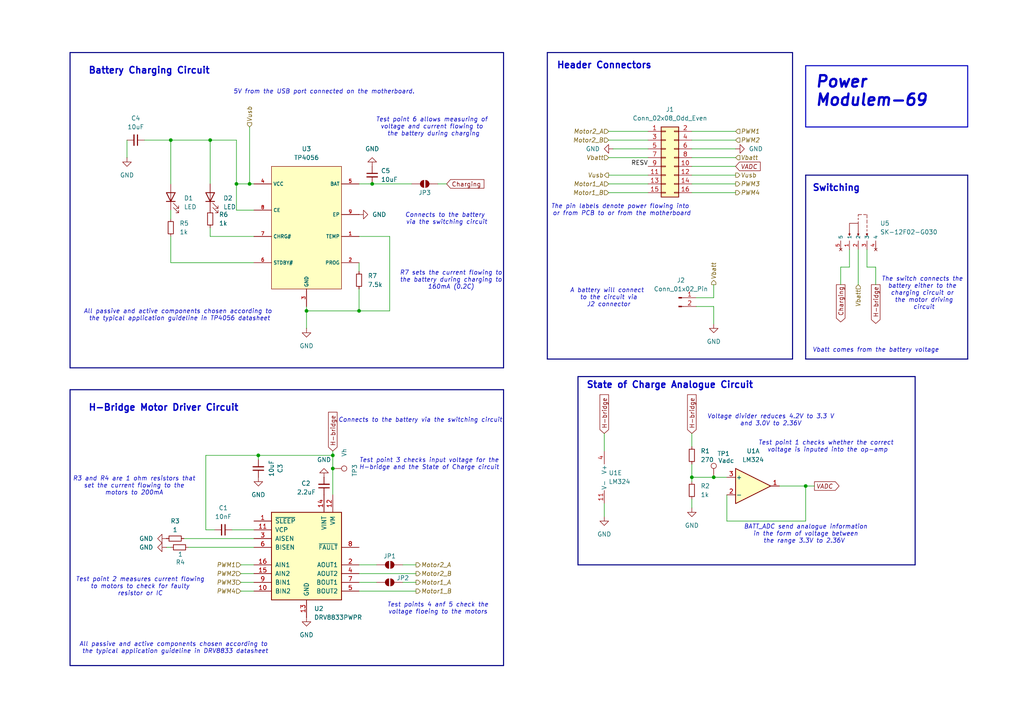
<source format=kicad_sch>
(kicad_sch
	(version 20231120)
	(generator "eeschema")
	(generator_version "8.0")
	(uuid "85032a25-7554-49ab-b4de-c622330ba503")
	(paper "A4")
	(title_block
		(title "PowerSubsystem2.0")
		(date "2024-04-20")
		(rev "v2")
		(company "EEE3088F")
		(comment 1 "DimphoSefora")
		(comment 2 "SFRREN001")
		(comment 3 "Group 69")
	)
	(lib_symbols
		(symbol "Amplifier_Operational:LM324"
			(pin_names
				(offset 0.127)
			)
			(exclude_from_sim no)
			(in_bom yes)
			(on_board yes)
			(property "Reference" "U"
				(at 0 5.08 0)
				(effects
					(font
						(size 1.27 1.27)
					)
					(justify left)
				)
			)
			(property "Value" "LM324"
				(at 0 -5.08 0)
				(effects
					(font
						(size 1.27 1.27)
					)
					(justify left)
				)
			)
			(property "Footprint" ""
				(at -1.27 2.54 0)
				(effects
					(font
						(size 1.27 1.27)
					)
					(hide yes)
				)
			)
			(property "Datasheet" "http://www.ti.com/lit/ds/symlink/lm2902-n.pdf"
				(at 1.27 5.08 0)
				(effects
					(font
						(size 1.27 1.27)
					)
					(hide yes)
				)
			)
			(property "Description" "Low-Power, Quad-Operational Amplifiers, DIP-14/SOIC-14/SSOP-14"
				(at 0 0 0)
				(effects
					(font
						(size 1.27 1.27)
					)
					(hide yes)
				)
			)
			(property "ki_locked" ""
				(at 0 0 0)
				(effects
					(font
						(size 1.27 1.27)
					)
				)
			)
			(property "ki_keywords" "quad opamp"
				(at 0 0 0)
				(effects
					(font
						(size 1.27 1.27)
					)
					(hide yes)
				)
			)
			(property "ki_fp_filters" "SOIC*3.9x8.7mm*P1.27mm* DIP*W7.62mm* TSSOP*4.4x5mm*P0.65mm* SSOP*5.3x6.2mm*P0.65mm* MSOP*3x3mm*P0.5mm*"
				(at 0 0 0)
				(effects
					(font
						(size 1.27 1.27)
					)
					(hide yes)
				)
			)
			(symbol "LM324_1_1"
				(polyline
					(pts
						(xy -5.08 5.08) (xy 5.08 0) (xy -5.08 -5.08) (xy -5.08 5.08)
					)
					(stroke
						(width 0.254)
						(type default)
					)
					(fill
						(type background)
					)
				)
				(pin output line
					(at 7.62 0 180)
					(length 2.54)
					(name "~"
						(effects
							(font
								(size 1.27 1.27)
							)
						)
					)
					(number "1"
						(effects
							(font
								(size 1.27 1.27)
							)
						)
					)
				)
				(pin input line
					(at -7.62 -2.54 0)
					(length 2.54)
					(name "-"
						(effects
							(font
								(size 1.27 1.27)
							)
						)
					)
					(number "2"
						(effects
							(font
								(size 1.27 1.27)
							)
						)
					)
				)
				(pin input line
					(at -7.62 2.54 0)
					(length 2.54)
					(name "+"
						(effects
							(font
								(size 1.27 1.27)
							)
						)
					)
					(number "3"
						(effects
							(font
								(size 1.27 1.27)
							)
						)
					)
				)
			)
			(symbol "LM324_2_1"
				(polyline
					(pts
						(xy -5.08 5.08) (xy 5.08 0) (xy -5.08 -5.08) (xy -5.08 5.08)
					)
					(stroke
						(width 0.254)
						(type default)
					)
					(fill
						(type background)
					)
				)
				(pin input line
					(at -7.62 2.54 0)
					(length 2.54)
					(name "+"
						(effects
							(font
								(size 1.27 1.27)
							)
						)
					)
					(number "5"
						(effects
							(font
								(size 1.27 1.27)
							)
						)
					)
				)
				(pin input line
					(at -7.62 -2.54 0)
					(length 2.54)
					(name "-"
						(effects
							(font
								(size 1.27 1.27)
							)
						)
					)
					(number "6"
						(effects
							(font
								(size 1.27 1.27)
							)
						)
					)
				)
				(pin output line
					(at 7.62 0 180)
					(length 2.54)
					(name "~"
						(effects
							(font
								(size 1.27 1.27)
							)
						)
					)
					(number "7"
						(effects
							(font
								(size 1.27 1.27)
							)
						)
					)
				)
			)
			(symbol "LM324_3_1"
				(polyline
					(pts
						(xy -5.08 5.08) (xy 5.08 0) (xy -5.08 -5.08) (xy -5.08 5.08)
					)
					(stroke
						(width 0.254)
						(type default)
					)
					(fill
						(type background)
					)
				)
				(pin input line
					(at -7.62 2.54 0)
					(length 2.54)
					(name "+"
						(effects
							(font
								(size 1.27 1.27)
							)
						)
					)
					(number "10"
						(effects
							(font
								(size 1.27 1.27)
							)
						)
					)
				)
				(pin output line
					(at 7.62 0 180)
					(length 2.54)
					(name "~"
						(effects
							(font
								(size 1.27 1.27)
							)
						)
					)
					(number "8"
						(effects
							(font
								(size 1.27 1.27)
							)
						)
					)
				)
				(pin input line
					(at -7.62 -2.54 0)
					(length 2.54)
					(name "-"
						(effects
							(font
								(size 1.27 1.27)
							)
						)
					)
					(number "9"
						(effects
							(font
								(size 1.27 1.27)
							)
						)
					)
				)
			)
			(symbol "LM324_4_1"
				(polyline
					(pts
						(xy -5.08 5.08) (xy 5.08 0) (xy -5.08 -5.08) (xy -5.08 5.08)
					)
					(stroke
						(width 0.254)
						(type default)
					)
					(fill
						(type background)
					)
				)
				(pin input line
					(at -7.62 2.54 0)
					(length 2.54)
					(name "+"
						(effects
							(font
								(size 1.27 1.27)
							)
						)
					)
					(number "12"
						(effects
							(font
								(size 1.27 1.27)
							)
						)
					)
				)
				(pin input line
					(at -7.62 -2.54 0)
					(length 2.54)
					(name "-"
						(effects
							(font
								(size 1.27 1.27)
							)
						)
					)
					(number "13"
						(effects
							(font
								(size 1.27 1.27)
							)
						)
					)
				)
				(pin output line
					(at 7.62 0 180)
					(length 2.54)
					(name "~"
						(effects
							(font
								(size 1.27 1.27)
							)
						)
					)
					(number "14"
						(effects
							(font
								(size 1.27 1.27)
							)
						)
					)
				)
			)
			(symbol "LM324_5_1"
				(pin power_in line
					(at -2.54 -7.62 90)
					(length 3.81)
					(name "V-"
						(effects
							(font
								(size 1.27 1.27)
							)
						)
					)
					(number "11"
						(effects
							(font
								(size 1.27 1.27)
							)
						)
					)
				)
				(pin power_in line
					(at -2.54 7.62 270)
					(length 3.81)
					(name "V+"
						(effects
							(font
								(size 1.27 1.27)
							)
						)
					)
					(number "4"
						(effects
							(font
								(size 1.27 1.27)
							)
						)
					)
				)
			)
		)
		(symbol "Connector:Conn_01x02_Pin"
			(pin_names
				(offset 1.016) hide)
			(exclude_from_sim no)
			(in_bom yes)
			(on_board yes)
			(property "Reference" "J"
				(at 0 2.54 0)
				(effects
					(font
						(size 1.27 1.27)
					)
				)
			)
			(property "Value" "Conn_01x02_Pin"
				(at 0 -5.08 0)
				(effects
					(font
						(size 1.27 1.27)
					)
				)
			)
			(property "Footprint" ""
				(at 0 0 0)
				(effects
					(font
						(size 1.27 1.27)
					)
					(hide yes)
				)
			)
			(property "Datasheet" "~"
				(at 0 0 0)
				(effects
					(font
						(size 1.27 1.27)
					)
					(hide yes)
				)
			)
			(property "Description" "Generic connector, single row, 01x02, script generated"
				(at 0 0 0)
				(effects
					(font
						(size 1.27 1.27)
					)
					(hide yes)
				)
			)
			(property "ki_locked" ""
				(at 0 0 0)
				(effects
					(font
						(size 1.27 1.27)
					)
				)
			)
			(property "ki_keywords" "connector"
				(at 0 0 0)
				(effects
					(font
						(size 1.27 1.27)
					)
					(hide yes)
				)
			)
			(property "ki_fp_filters" "Connector*:*_1x??_*"
				(at 0 0 0)
				(effects
					(font
						(size 1.27 1.27)
					)
					(hide yes)
				)
			)
			(symbol "Conn_01x02_Pin_1_1"
				(polyline
					(pts
						(xy 1.27 -2.54) (xy 0.8636 -2.54)
					)
					(stroke
						(width 0.1524)
						(type default)
					)
					(fill
						(type none)
					)
				)
				(polyline
					(pts
						(xy 1.27 0) (xy 0.8636 0)
					)
					(stroke
						(width 0.1524)
						(type default)
					)
					(fill
						(type none)
					)
				)
				(rectangle
					(start 0.8636 -2.413)
					(end 0 -2.667)
					(stroke
						(width 0.1524)
						(type default)
					)
					(fill
						(type outline)
					)
				)
				(rectangle
					(start 0.8636 0.127)
					(end 0 -0.127)
					(stroke
						(width 0.1524)
						(type default)
					)
					(fill
						(type outline)
					)
				)
				(pin passive line
					(at 5.08 0 180)
					(length 3.81)
					(name "Pin_1"
						(effects
							(font
								(size 1.27 1.27)
							)
						)
					)
					(number "1"
						(effects
							(font
								(size 1.27 1.27)
							)
						)
					)
				)
				(pin passive line
					(at 5.08 -2.54 180)
					(length 3.81)
					(name "Pin_2"
						(effects
							(font
								(size 1.27 1.27)
							)
						)
					)
					(number "2"
						(effects
							(font
								(size 1.27 1.27)
							)
						)
					)
				)
			)
		)
		(symbol "Connector:TestPoint"
			(pin_numbers hide)
			(pin_names
				(offset 0.762) hide)
			(exclude_from_sim no)
			(in_bom yes)
			(on_board yes)
			(property "Reference" "TP"
				(at 0 6.858 0)
				(effects
					(font
						(size 1.27 1.27)
					)
				)
			)
			(property "Value" "TestPoint"
				(at 0 5.08 0)
				(effects
					(font
						(size 1.27 1.27)
					)
				)
			)
			(property "Footprint" ""
				(at 5.08 0 0)
				(effects
					(font
						(size 1.27 1.27)
					)
					(hide yes)
				)
			)
			(property "Datasheet" "~"
				(at 5.08 0 0)
				(effects
					(font
						(size 1.27 1.27)
					)
					(hide yes)
				)
			)
			(property "Description" "test point"
				(at 0 0 0)
				(effects
					(font
						(size 1.27 1.27)
					)
					(hide yes)
				)
			)
			(property "ki_keywords" "test point tp"
				(at 0 0 0)
				(effects
					(font
						(size 1.27 1.27)
					)
					(hide yes)
				)
			)
			(property "ki_fp_filters" "Pin* Test*"
				(at 0 0 0)
				(effects
					(font
						(size 1.27 1.27)
					)
					(hide yes)
				)
			)
			(symbol "TestPoint_0_1"
				(circle
					(center 0 3.302)
					(radius 0.762)
					(stroke
						(width 0)
						(type default)
					)
					(fill
						(type none)
					)
				)
			)
			(symbol "TestPoint_1_1"
				(pin passive line
					(at 0 0 90)
					(length 2.54)
					(name "1"
						(effects
							(font
								(size 1.27 1.27)
							)
						)
					)
					(number "1"
						(effects
							(font
								(size 1.27 1.27)
							)
						)
					)
				)
			)
		)
		(symbol "Connector_Generic:Conn_02x08_Odd_Even"
			(pin_names
				(offset 1.016) hide)
			(exclude_from_sim no)
			(in_bom yes)
			(on_board yes)
			(property "Reference" "J"
				(at 1.27 10.16 0)
				(effects
					(font
						(size 1.27 1.27)
					)
				)
			)
			(property "Value" "Conn_02x08_Odd_Even"
				(at 1.27 -12.7 0)
				(effects
					(font
						(size 1.27 1.27)
					)
				)
			)
			(property "Footprint" ""
				(at 0 0 0)
				(effects
					(font
						(size 1.27 1.27)
					)
					(hide yes)
				)
			)
			(property "Datasheet" "~"
				(at 0 0 0)
				(effects
					(font
						(size 1.27 1.27)
					)
					(hide yes)
				)
			)
			(property "Description" "Generic connector, double row, 02x08, odd/even pin numbering scheme (row 1 odd numbers, row 2 even numbers), script generated (kicad-library-utils/schlib/autogen/connector/)"
				(at 0 0 0)
				(effects
					(font
						(size 1.27 1.27)
					)
					(hide yes)
				)
			)
			(property "ki_keywords" "connector"
				(at 0 0 0)
				(effects
					(font
						(size 1.27 1.27)
					)
					(hide yes)
				)
			)
			(property "ki_fp_filters" "Connector*:*_2x??_*"
				(at 0 0 0)
				(effects
					(font
						(size 1.27 1.27)
					)
					(hide yes)
				)
			)
			(symbol "Conn_02x08_Odd_Even_1_1"
				(rectangle
					(start -1.27 -10.033)
					(end 0 -10.287)
					(stroke
						(width 0.1524)
						(type default)
					)
					(fill
						(type none)
					)
				)
				(rectangle
					(start -1.27 -7.493)
					(end 0 -7.747)
					(stroke
						(width 0.1524)
						(type default)
					)
					(fill
						(type none)
					)
				)
				(rectangle
					(start -1.27 -4.953)
					(end 0 -5.207)
					(stroke
						(width 0.1524)
						(type default)
					)
					(fill
						(type none)
					)
				)
				(rectangle
					(start -1.27 -2.413)
					(end 0 -2.667)
					(stroke
						(width 0.1524)
						(type default)
					)
					(fill
						(type none)
					)
				)
				(rectangle
					(start -1.27 0.127)
					(end 0 -0.127)
					(stroke
						(width 0.1524)
						(type default)
					)
					(fill
						(type none)
					)
				)
				(rectangle
					(start -1.27 2.667)
					(end 0 2.413)
					(stroke
						(width 0.1524)
						(type default)
					)
					(fill
						(type none)
					)
				)
				(rectangle
					(start -1.27 5.207)
					(end 0 4.953)
					(stroke
						(width 0.1524)
						(type default)
					)
					(fill
						(type none)
					)
				)
				(rectangle
					(start -1.27 7.747)
					(end 0 7.493)
					(stroke
						(width 0.1524)
						(type default)
					)
					(fill
						(type none)
					)
				)
				(rectangle
					(start -1.27 8.89)
					(end 3.81 -11.43)
					(stroke
						(width 0.254)
						(type default)
					)
					(fill
						(type background)
					)
				)
				(rectangle
					(start 3.81 -10.033)
					(end 2.54 -10.287)
					(stroke
						(width 0.1524)
						(type default)
					)
					(fill
						(type none)
					)
				)
				(rectangle
					(start 3.81 -7.493)
					(end 2.54 -7.747)
					(stroke
						(width 0.1524)
						(type default)
					)
					(fill
						(type none)
					)
				)
				(rectangle
					(start 3.81 -4.953)
					(end 2.54 -5.207)
					(stroke
						(width 0.1524)
						(type default)
					)
					(fill
						(type none)
					)
				)
				(rectangle
					(start 3.81 -2.413)
					(end 2.54 -2.667)
					(stroke
						(width 0.1524)
						(type default)
					)
					(fill
						(type none)
					)
				)
				(rectangle
					(start 3.81 0.127)
					(end 2.54 -0.127)
					(stroke
						(width 0.1524)
						(type default)
					)
					(fill
						(type none)
					)
				)
				(rectangle
					(start 3.81 2.667)
					(end 2.54 2.413)
					(stroke
						(width 0.1524)
						(type default)
					)
					(fill
						(type none)
					)
				)
				(rectangle
					(start 3.81 5.207)
					(end 2.54 4.953)
					(stroke
						(width 0.1524)
						(type default)
					)
					(fill
						(type none)
					)
				)
				(rectangle
					(start 3.81 7.747)
					(end 2.54 7.493)
					(stroke
						(width 0.1524)
						(type default)
					)
					(fill
						(type none)
					)
				)
				(pin passive line
					(at -5.08 7.62 0)
					(length 3.81)
					(name "Pin_1"
						(effects
							(font
								(size 1.27 1.27)
							)
						)
					)
					(number "1"
						(effects
							(font
								(size 1.27 1.27)
							)
						)
					)
				)
				(pin passive line
					(at 7.62 -2.54 180)
					(length 3.81)
					(name "Pin_10"
						(effects
							(font
								(size 1.27 1.27)
							)
						)
					)
					(number "10"
						(effects
							(font
								(size 1.27 1.27)
							)
						)
					)
				)
				(pin passive line
					(at -5.08 -5.08 0)
					(length 3.81)
					(name "Pin_11"
						(effects
							(font
								(size 1.27 1.27)
							)
						)
					)
					(number "11"
						(effects
							(font
								(size 1.27 1.27)
							)
						)
					)
				)
				(pin passive line
					(at 7.62 -5.08 180)
					(length 3.81)
					(name "Pin_12"
						(effects
							(font
								(size 1.27 1.27)
							)
						)
					)
					(number "12"
						(effects
							(font
								(size 1.27 1.27)
							)
						)
					)
				)
				(pin passive line
					(at -5.08 -7.62 0)
					(length 3.81)
					(name "Pin_13"
						(effects
							(font
								(size 1.27 1.27)
							)
						)
					)
					(number "13"
						(effects
							(font
								(size 1.27 1.27)
							)
						)
					)
				)
				(pin passive line
					(at 7.62 -7.62 180)
					(length 3.81)
					(name "Pin_14"
						(effects
							(font
								(size 1.27 1.27)
							)
						)
					)
					(number "14"
						(effects
							(font
								(size 1.27 1.27)
							)
						)
					)
				)
				(pin passive line
					(at -5.08 -10.16 0)
					(length 3.81)
					(name "Pin_15"
						(effects
							(font
								(size 1.27 1.27)
							)
						)
					)
					(number "15"
						(effects
							(font
								(size 1.27 1.27)
							)
						)
					)
				)
				(pin passive line
					(at 7.62 -10.16 180)
					(length 3.81)
					(name "Pin_16"
						(effects
							(font
								(size 1.27 1.27)
							)
						)
					)
					(number "16"
						(effects
							(font
								(size 1.27 1.27)
							)
						)
					)
				)
				(pin passive line
					(at 7.62 7.62 180)
					(length 3.81)
					(name "Pin_2"
						(effects
							(font
								(size 1.27 1.27)
							)
						)
					)
					(number "2"
						(effects
							(font
								(size 1.27 1.27)
							)
						)
					)
				)
				(pin passive line
					(at -5.08 5.08 0)
					(length 3.81)
					(name "Pin_3"
						(effects
							(font
								(size 1.27 1.27)
							)
						)
					)
					(number "3"
						(effects
							(font
								(size 1.27 1.27)
							)
						)
					)
				)
				(pin passive line
					(at 7.62 5.08 180)
					(length 3.81)
					(name "Pin_4"
						(effects
							(font
								(size 1.27 1.27)
							)
						)
					)
					(number "4"
						(effects
							(font
								(size 1.27 1.27)
							)
						)
					)
				)
				(pin passive line
					(at -5.08 2.54 0)
					(length 3.81)
					(name "Pin_5"
						(effects
							(font
								(size 1.27 1.27)
							)
						)
					)
					(number "5"
						(effects
							(font
								(size 1.27 1.27)
							)
						)
					)
				)
				(pin passive line
					(at 7.62 2.54 180)
					(length 3.81)
					(name "Pin_6"
						(effects
							(font
								(size 1.27 1.27)
							)
						)
					)
					(number "6"
						(effects
							(font
								(size 1.27 1.27)
							)
						)
					)
				)
				(pin passive line
					(at -5.08 0 0)
					(length 3.81)
					(name "Pin_7"
						(effects
							(font
								(size 1.27 1.27)
							)
						)
					)
					(number "7"
						(effects
							(font
								(size 1.27 1.27)
							)
						)
					)
				)
				(pin passive line
					(at 7.62 0 180)
					(length 3.81)
					(name "Pin_8"
						(effects
							(font
								(size 1.27 1.27)
							)
						)
					)
					(number "8"
						(effects
							(font
								(size 1.27 1.27)
							)
						)
					)
				)
				(pin passive line
					(at -5.08 -2.54 0)
					(length 3.81)
					(name "Pin_9"
						(effects
							(font
								(size 1.27 1.27)
							)
						)
					)
					(number "9"
						(effects
							(font
								(size 1.27 1.27)
							)
						)
					)
				)
			)
		)
		(symbol "Device:C_Small"
			(pin_numbers hide)
			(pin_names
				(offset 0.254) hide)
			(exclude_from_sim no)
			(in_bom yes)
			(on_board yes)
			(property "Reference" "C"
				(at 0.254 1.778 0)
				(effects
					(font
						(size 1.27 1.27)
					)
					(justify left)
				)
			)
			(property "Value" "C_Small"
				(at 0.254 -2.032 0)
				(effects
					(font
						(size 1.27 1.27)
					)
					(justify left)
				)
			)
			(property "Footprint" ""
				(at 0 0 0)
				(effects
					(font
						(size 1.27 1.27)
					)
					(hide yes)
				)
			)
			(property "Datasheet" "~"
				(at 0 0 0)
				(effects
					(font
						(size 1.27 1.27)
					)
					(hide yes)
				)
			)
			(property "Description" "Unpolarized capacitor, small symbol"
				(at 0 0 0)
				(effects
					(font
						(size 1.27 1.27)
					)
					(hide yes)
				)
			)
			(property "ki_keywords" "capacitor cap"
				(at 0 0 0)
				(effects
					(font
						(size 1.27 1.27)
					)
					(hide yes)
				)
			)
			(property "ki_fp_filters" "C_*"
				(at 0 0 0)
				(effects
					(font
						(size 1.27 1.27)
					)
					(hide yes)
				)
			)
			(symbol "C_Small_0_1"
				(polyline
					(pts
						(xy -1.524 -0.508) (xy 1.524 -0.508)
					)
					(stroke
						(width 0.3302)
						(type default)
					)
					(fill
						(type none)
					)
				)
				(polyline
					(pts
						(xy -1.524 0.508) (xy 1.524 0.508)
					)
					(stroke
						(width 0.3048)
						(type default)
					)
					(fill
						(type none)
					)
				)
			)
			(symbol "C_Small_1_1"
				(pin passive line
					(at 0 2.54 270)
					(length 2.032)
					(name "~"
						(effects
							(font
								(size 1.27 1.27)
							)
						)
					)
					(number "1"
						(effects
							(font
								(size 1.27 1.27)
							)
						)
					)
				)
				(pin passive line
					(at 0 -2.54 90)
					(length 2.032)
					(name "~"
						(effects
							(font
								(size 1.27 1.27)
							)
						)
					)
					(number "2"
						(effects
							(font
								(size 1.27 1.27)
							)
						)
					)
				)
			)
		)
		(symbol "Device:LED"
			(pin_numbers hide)
			(pin_names
				(offset 1.016) hide)
			(exclude_from_sim no)
			(in_bom yes)
			(on_board yes)
			(property "Reference" "D"
				(at 0 2.54 0)
				(effects
					(font
						(size 1.27 1.27)
					)
				)
			)
			(property "Value" "LED"
				(at 0 -2.54 0)
				(effects
					(font
						(size 1.27 1.27)
					)
				)
			)
			(property "Footprint" ""
				(at 0 0 0)
				(effects
					(font
						(size 1.27 1.27)
					)
					(hide yes)
				)
			)
			(property "Datasheet" "~"
				(at 0 0 0)
				(effects
					(font
						(size 1.27 1.27)
					)
					(hide yes)
				)
			)
			(property "Description" "Light emitting diode"
				(at 0 0 0)
				(effects
					(font
						(size 1.27 1.27)
					)
					(hide yes)
				)
			)
			(property "ki_keywords" "LED diode"
				(at 0 0 0)
				(effects
					(font
						(size 1.27 1.27)
					)
					(hide yes)
				)
			)
			(property "ki_fp_filters" "LED* LED_SMD:* LED_THT:*"
				(at 0 0 0)
				(effects
					(font
						(size 1.27 1.27)
					)
					(hide yes)
				)
			)
			(symbol "LED_0_1"
				(polyline
					(pts
						(xy -1.27 -1.27) (xy -1.27 1.27)
					)
					(stroke
						(width 0.254)
						(type default)
					)
					(fill
						(type none)
					)
				)
				(polyline
					(pts
						(xy -1.27 0) (xy 1.27 0)
					)
					(stroke
						(width 0)
						(type default)
					)
					(fill
						(type none)
					)
				)
				(polyline
					(pts
						(xy 1.27 -1.27) (xy 1.27 1.27) (xy -1.27 0) (xy 1.27 -1.27)
					)
					(stroke
						(width 0.254)
						(type default)
					)
					(fill
						(type none)
					)
				)
				(polyline
					(pts
						(xy -3.048 -0.762) (xy -4.572 -2.286) (xy -3.81 -2.286) (xy -4.572 -2.286) (xy -4.572 -1.524)
					)
					(stroke
						(width 0)
						(type default)
					)
					(fill
						(type none)
					)
				)
				(polyline
					(pts
						(xy -1.778 -0.762) (xy -3.302 -2.286) (xy -2.54 -2.286) (xy -3.302 -2.286) (xy -3.302 -1.524)
					)
					(stroke
						(width 0)
						(type default)
					)
					(fill
						(type none)
					)
				)
			)
			(symbol "LED_1_1"
				(pin passive line
					(at -3.81 0 0)
					(length 2.54)
					(name "K"
						(effects
							(font
								(size 1.27 1.27)
							)
						)
					)
					(number "1"
						(effects
							(font
								(size 1.27 1.27)
							)
						)
					)
				)
				(pin passive line
					(at 3.81 0 180)
					(length 2.54)
					(name "A"
						(effects
							(font
								(size 1.27 1.27)
							)
						)
					)
					(number "2"
						(effects
							(font
								(size 1.27 1.27)
							)
						)
					)
				)
			)
		)
		(symbol "Device:R_Small"
			(pin_numbers hide)
			(pin_names
				(offset 0.254) hide)
			(exclude_from_sim no)
			(in_bom yes)
			(on_board yes)
			(property "Reference" "R"
				(at 0.762 0.508 0)
				(effects
					(font
						(size 1.27 1.27)
					)
					(justify left)
				)
			)
			(property "Value" "R_Small"
				(at 0.762 -1.016 0)
				(effects
					(font
						(size 1.27 1.27)
					)
					(justify left)
				)
			)
			(property "Footprint" ""
				(at 0 0 0)
				(effects
					(font
						(size 1.27 1.27)
					)
					(hide yes)
				)
			)
			(property "Datasheet" "~"
				(at 0 0 0)
				(effects
					(font
						(size 1.27 1.27)
					)
					(hide yes)
				)
			)
			(property "Description" "Resistor, small symbol"
				(at 0 0 0)
				(effects
					(font
						(size 1.27 1.27)
					)
					(hide yes)
				)
			)
			(property "ki_keywords" "R resistor"
				(at 0 0 0)
				(effects
					(font
						(size 1.27 1.27)
					)
					(hide yes)
				)
			)
			(property "ki_fp_filters" "R_*"
				(at 0 0 0)
				(effects
					(font
						(size 1.27 1.27)
					)
					(hide yes)
				)
			)
			(symbol "R_Small_0_1"
				(rectangle
					(start -0.762 1.778)
					(end 0.762 -1.778)
					(stroke
						(width 0.2032)
						(type default)
					)
					(fill
						(type none)
					)
				)
			)
			(symbol "R_Small_1_1"
				(pin passive line
					(at 0 2.54 270)
					(length 0.762)
					(name "~"
						(effects
							(font
								(size 1.27 1.27)
							)
						)
					)
					(number "1"
						(effects
							(font
								(size 1.27 1.27)
							)
						)
					)
				)
				(pin passive line
					(at 0 -2.54 90)
					(length 0.762)
					(name "~"
						(effects
							(font
								(size 1.27 1.27)
							)
						)
					)
					(number "2"
						(effects
							(font
								(size 1.27 1.27)
							)
						)
					)
				)
			)
		)
		(symbol "Driver_Motor:DRV8833PWP"
			(pin_names
				(offset 1.016)
			)
			(exclude_from_sim no)
			(in_bom yes)
			(on_board yes)
			(property "Reference" "U"
				(at -3.81 16.51 0)
				(effects
					(font
						(size 1.27 1.27)
					)
				)
			)
			(property "Value" "DRV8833PWP"
				(at -3.81 13.97 0)
				(effects
					(font
						(size 1.27 1.27)
					)
				)
			)
			(property "Footprint" "Package_SO:HTSSOP-16-1EP_4.4x5mm_P0.65mm_EP3.4x5mm_Mask2.46x2.31mm_ThermalVias"
				(at 5.08 -15.24 0)
				(effects
					(font
						(size 1.27 1.27)
					)
					(justify left)
					(hide yes)
				)
			)
			(property "Datasheet" "http://www.ti.com/lit/ds/symlink/drv8833.pdf"
				(at 5.08 -17.78 0)
				(effects
					(font
						(size 1.27 1.27)
					)
					(justify left)
					(hide yes)
				)
			)
			(property "Description" "Dual H-Bridge Motor Driver, HTSSOP-16"
				(at 0 0 0)
				(effects
					(font
						(size 1.27 1.27)
					)
					(hide yes)
				)
			)
			(property "ki_keywords" "H-bridge motor driver"
				(at 0 0 0)
				(effects
					(font
						(size 1.27 1.27)
					)
					(hide yes)
				)
			)
			(property "ki_fp_filters" "HTSSOP-16-1EP*4.4x5mm*P0.65mm*"
				(at 0 0 0)
				(effects
					(font
						(size 1.27 1.27)
					)
					(hide yes)
				)
			)
			(symbol "DRV8833PWP_0_1"
				(rectangle
					(start -10.16 12.7)
					(end 10.16 -12.7)
					(stroke
						(width 0.254)
						(type default)
					)
					(fill
						(type background)
					)
				)
			)
			(symbol "DRV8833PWP_1_1"
				(pin input line
					(at -15.24 10.16 0)
					(length 5.08)
					(name "~{SLEEP}"
						(effects
							(font
								(size 1.27 1.27)
							)
						)
					)
					(number "1"
						(effects
							(font
								(size 1.27 1.27)
							)
						)
					)
				)
				(pin input line
					(at -15.24 -10.16 0)
					(length 5.08)
					(name "BIN2"
						(effects
							(font
								(size 1.27 1.27)
							)
						)
					)
					(number "10"
						(effects
							(font
								(size 1.27 1.27)
							)
						)
					)
				)
				(pin bidirectional line
					(at -15.24 7.62 0)
					(length 5.08)
					(name "VCP"
						(effects
							(font
								(size 1.27 1.27)
							)
						)
					)
					(number "11"
						(effects
							(font
								(size 1.27 1.27)
							)
						)
					)
				)
				(pin power_in line
					(at 7.62 17.78 270)
					(length 5.08)
					(name "VM"
						(effects
							(font
								(size 1.27 1.27)
							)
						)
					)
					(number "12"
						(effects
							(font
								(size 1.27 1.27)
							)
						)
					)
				)
				(pin power_in line
					(at 0 -17.78 90)
					(length 5.08)
					(name "GND"
						(effects
							(font
								(size 1.27 1.27)
							)
						)
					)
					(number "13"
						(effects
							(font
								(size 1.27 1.27)
							)
						)
					)
				)
				(pin power_in line
					(at 5.08 17.78 270)
					(length 5.08)
					(name "VINT"
						(effects
							(font
								(size 1.27 1.27)
							)
						)
					)
					(number "14"
						(effects
							(font
								(size 1.27 1.27)
							)
						)
					)
				)
				(pin input line
					(at -15.24 -5.08 0)
					(length 5.08)
					(name "AIN2"
						(effects
							(font
								(size 1.27 1.27)
							)
						)
					)
					(number "15"
						(effects
							(font
								(size 1.27 1.27)
							)
						)
					)
				)
				(pin input line
					(at -15.24 -2.54 0)
					(length 5.08)
					(name "AIN1"
						(effects
							(font
								(size 1.27 1.27)
							)
						)
					)
					(number "16"
						(effects
							(font
								(size 1.27 1.27)
							)
						)
					)
				)
				(pin passive line
					(at 0 -17.78 90)
					(length 5.08) hide
					(name "GND"
						(effects
							(font
								(size 1.27 1.27)
							)
						)
					)
					(number "17"
						(effects
							(font
								(size 1.27 1.27)
							)
						)
					)
				)
				(pin power_out line
					(at 15.24 -2.54 180)
					(length 5.08)
					(name "AOUT1"
						(effects
							(font
								(size 1.27 1.27)
							)
						)
					)
					(number "2"
						(effects
							(font
								(size 1.27 1.27)
							)
						)
					)
				)
				(pin bidirectional line
					(at -15.24 5.08 0)
					(length 5.08)
					(name "AISEN"
						(effects
							(font
								(size 1.27 1.27)
							)
						)
					)
					(number "3"
						(effects
							(font
								(size 1.27 1.27)
							)
						)
					)
				)
				(pin power_out line
					(at 15.24 -5.08 180)
					(length 5.08)
					(name "AOUT2"
						(effects
							(font
								(size 1.27 1.27)
							)
						)
					)
					(number "4"
						(effects
							(font
								(size 1.27 1.27)
							)
						)
					)
				)
				(pin power_out line
					(at 15.24 -10.16 180)
					(length 5.08)
					(name "BOUT2"
						(effects
							(font
								(size 1.27 1.27)
							)
						)
					)
					(number "5"
						(effects
							(font
								(size 1.27 1.27)
							)
						)
					)
				)
				(pin bidirectional line
					(at -15.24 2.54 0)
					(length 5.08)
					(name "BISEN"
						(effects
							(font
								(size 1.27 1.27)
							)
						)
					)
					(number "6"
						(effects
							(font
								(size 1.27 1.27)
							)
						)
					)
				)
				(pin power_out line
					(at 15.24 -7.62 180)
					(length 5.08)
					(name "BOUT1"
						(effects
							(font
								(size 1.27 1.27)
							)
						)
					)
					(number "7"
						(effects
							(font
								(size 1.27 1.27)
							)
						)
					)
				)
				(pin open_collector line
					(at 15.24 2.54 180)
					(length 5.08)
					(name "~{FAULT}"
						(effects
							(font
								(size 1.27 1.27)
							)
						)
					)
					(number "8"
						(effects
							(font
								(size 1.27 1.27)
							)
						)
					)
				)
				(pin input line
					(at -15.24 -7.62 0)
					(length 5.08)
					(name "BIN1"
						(effects
							(font
								(size 1.27 1.27)
							)
						)
					)
					(number "9"
						(effects
							(font
								(size 1.27 1.27)
							)
						)
					)
				)
			)
		)
		(symbol "Jumper:SolderJumper_2_Open"
			(pin_numbers hide)
			(pin_names
				(offset 0) hide)
			(exclude_from_sim yes)
			(in_bom no)
			(on_board yes)
			(property "Reference" "JP"
				(at 0 2.032 0)
				(effects
					(font
						(size 1.27 1.27)
					)
				)
			)
			(property "Value" "SolderJumper_2_Open"
				(at 0 -2.54 0)
				(effects
					(font
						(size 1.27 1.27)
					)
				)
			)
			(property "Footprint" ""
				(at 0 0 0)
				(effects
					(font
						(size 1.27 1.27)
					)
					(hide yes)
				)
			)
			(property "Datasheet" "~"
				(at 0 0 0)
				(effects
					(font
						(size 1.27 1.27)
					)
					(hide yes)
				)
			)
			(property "Description" "Solder Jumper, 2-pole, open"
				(at 0 0 0)
				(effects
					(font
						(size 1.27 1.27)
					)
					(hide yes)
				)
			)
			(property "ki_keywords" "solder jumper SPST"
				(at 0 0 0)
				(effects
					(font
						(size 1.27 1.27)
					)
					(hide yes)
				)
			)
			(property "ki_fp_filters" "SolderJumper*Open*"
				(at 0 0 0)
				(effects
					(font
						(size 1.27 1.27)
					)
					(hide yes)
				)
			)
			(symbol "SolderJumper_2_Open_0_1"
				(arc
					(start -0.254 1.016)
					(mid -1.2656 0)
					(end -0.254 -1.016)
					(stroke
						(width 0)
						(type default)
					)
					(fill
						(type none)
					)
				)
				(arc
					(start -0.254 1.016)
					(mid -1.2656 0)
					(end -0.254 -1.016)
					(stroke
						(width 0)
						(type default)
					)
					(fill
						(type outline)
					)
				)
				(polyline
					(pts
						(xy -0.254 1.016) (xy -0.254 -1.016)
					)
					(stroke
						(width 0)
						(type default)
					)
					(fill
						(type none)
					)
				)
				(polyline
					(pts
						(xy 0.254 1.016) (xy 0.254 -1.016)
					)
					(stroke
						(width 0)
						(type default)
					)
					(fill
						(type none)
					)
				)
				(arc
					(start 0.254 -1.016)
					(mid 1.2656 0)
					(end 0.254 1.016)
					(stroke
						(width 0)
						(type default)
					)
					(fill
						(type none)
					)
				)
				(arc
					(start 0.254 -1.016)
					(mid 1.2656 0)
					(end 0.254 1.016)
					(stroke
						(width 0)
						(type default)
					)
					(fill
						(type outline)
					)
				)
			)
			(symbol "SolderJumper_2_Open_1_1"
				(pin passive line
					(at -3.81 0 0)
					(length 2.54)
					(name "A"
						(effects
							(font
								(size 1.27 1.27)
							)
						)
					)
					(number "1"
						(effects
							(font
								(size 1.27 1.27)
							)
						)
					)
				)
				(pin passive line
					(at 3.81 0 180)
					(length 2.54)
					(name "B"
						(effects
							(font
								(size 1.27 1.27)
							)
						)
					)
					(number "2"
						(effects
							(font
								(size 1.27 1.27)
							)
						)
					)
				)
			)
		)
		(symbol "SK-12F02-G030:SK-12F02-G030"
			(exclude_from_sim no)
			(in_bom yes)
			(on_board yes)
			(property "Reference" "U"
				(at 0 1.27 0)
				(effects
					(font
						(size 1.27 1.27)
					)
				)
			)
			(property "Value" "SK-12F02-G030"
				(at 0 -2.54 0)
				(effects
					(font
						(size 1.27 1.27)
					)
				)
			)
			(property "Footprint" "footprint:SW-TH_G-SWITCH_SK-12F02-G030"
				(at 0 -10.16 0)
				(effects
					(font
						(size 1.27 1.27)
						(italic yes)
					)
					(hide yes)
				)
			)
			(property "Datasheet" "https://atta.szlcsc.com/upload/public/pdf/source/20210825/C8118199AEF62C22B2E92A52FA13DFDC.pdf"
				(at -2.286 0.127 0)
				(effects
					(font
						(size 1.27 1.27)
					)
					(justify left)
					(hide yes)
				)
			)
			(property "Description" ""
				(at 0 0 0)
				(effects
					(font
						(size 1.27 1.27)
					)
					(hide yes)
				)
			)
			(property "LCSC" "C2848892"
				(at 0 0 0)
				(effects
					(font
						(size 1.27 1.27)
					)
					(hide yes)
				)
			)
			(property "ki_keywords" "C2848892"
				(at 0 0 0)
				(effects
					(font
						(size 1.27 1.27)
					)
					(hide yes)
				)
			)
			(symbol "SK-12F02-G030_0_1"
				(polyline
					(pts
						(xy 0 2.54) (xy 0 3.048)
					)
					(stroke
						(width 0)
						(type default)
					)
					(fill
						(type none)
					)
				)
				(polyline
					(pts
						(xy 0 3.556) (xy 0 4.064)
					)
					(stroke
						(width 0)
						(type default)
					)
					(fill
						(type none)
					)
				)
				(polyline
					(pts
						(xy 1.524 5.08) (xy 2.286 5.08)
					)
					(stroke
						(width 0)
						(type default)
					)
					(fill
						(type none)
					)
				)
				(polyline
					(pts
						(xy 2.54 0.762) (xy 2.54 0.254)
					)
					(stroke
						(width 0)
						(type default)
					)
					(fill
						(type none)
					)
				)
				(polyline
					(pts
						(xy 2.54 2.032) (xy 2.54 1.27)
					)
					(stroke
						(width 0)
						(type default)
					)
					(fill
						(type none)
					)
				)
				(polyline
					(pts
						(xy 2.54 3.556) (xy 2.54 2.54)
					)
					(stroke
						(width 0)
						(type default)
					)
					(fill
						(type none)
					)
				)
				(polyline
					(pts
						(xy 2.54 5.08) (xy 2.54 4.064)
					)
					(stroke
						(width 0)
						(type default)
					)
					(fill
						(type none)
					)
				)
				(polyline
					(pts
						(xy 0 4.572) (xy 0 5.08) (xy 1.016 5.08)
					)
					(stroke
						(width 0)
						(type default)
					)
					(fill
						(type none)
					)
				)
				(polyline
					(pts
						(xy -2.54 -1.016) (xy -2.54 2.54) (xy 0 2.54) (xy 0 -1.016)
					)
					(stroke
						(width 0)
						(type default)
					)
					(fill
						(type none)
					)
				)
				(polyline
					(pts
						(xy -2.54 -0.254) (xy -2.54 -1.016) (xy -2.794 -0.508) (xy -2.286 -0.508) (xy -2.54 -1.016)
					)
					(stroke
						(width 0)
						(type default)
					)
					(fill
						(type none)
					)
				)
				(polyline
					(pts
						(xy 0 -0.254) (xy 0 -1.016) (xy -0.254 -0.508) (xy 0.254 -0.508) (xy 0 -1.016)
					)
					(stroke
						(width 0)
						(type default)
					)
					(fill
						(type none)
					)
				)
				(polyline
					(pts
						(xy 2.54 -0.254) (xy 2.54 -1.016) (xy 2.286 -0.508) (xy 2.794 -0.508) (xy 2.54 -1.016)
					)
					(stroke
						(width 0)
						(type default)
					)
					(fill
						(type none)
					)
				)
			)
			(symbol "SK-12F02-G030_1_1"
				(pin output line
					(at -2.54 -5.08 90)
					(length 2.54)
					(name "1"
						(effects
							(font
								(size 1 1)
							)
						)
					)
					(number "1"
						(effects
							(font
								(size 1 1)
							)
						)
					)
				)
				(pin input line
					(at 0 -5.08 90)
					(length 2.54)
					(name "2"
						(effects
							(font
								(size 1 1)
							)
						)
					)
					(number "2"
						(effects
							(font
								(size 1 1)
							)
						)
					)
				)
				(pin output line
					(at 2.54 -5.08 90)
					(length 2.54)
					(name "3"
						(effects
							(font
								(size 1 1)
							)
						)
					)
					(number "3"
						(effects
							(font
								(size 1 1)
							)
						)
					)
				)
				(pin no_connect line
					(at 5.08 -5.08 90)
					(length 2.54)
					(name "4"
						(effects
							(font
								(size 1 1)
							)
						)
					)
					(number "4"
						(effects
							(font
								(size 1 1)
							)
						)
					)
				)
				(pin no_connect line
					(at -5.08 -5.08 90)
					(length 2.54)
					(name "5"
						(effects
							(font
								(size 1 1)
							)
						)
					)
					(number "5"
						(effects
							(font
								(size 1 1)
							)
						)
					)
				)
			)
		)
		(symbol "TP4056:TP4056"
			(exclude_from_sim no)
			(in_bom yes)
			(on_board yes)
			(property "Reference" "U"
				(at 0 1.27 0)
				(effects
					(font
						(size 1.27 1.27)
					)
				)
			)
			(property "Value" "TP4056"
				(at 0 -2.54 0)
				(effects
					(font
						(size 1.27 1.27)
					)
				)
			)
			(property "Footprint" "footprint:ESOP-8_L4.9-W3.9-P1.27-LS6.0-BL-EP"
				(at 0 -10.16 0)
				(effects
					(font
						(size 1.27 1.27)
						(italic yes)
					)
					(hide yes)
				)
			)
			(property "Datasheet" "https://www.mornsun.cn/html/pdf/SCM1501B.html"
				(at -2.286 0.127 0)
				(effects
					(font
						(size 1.27 1.27)
					)
					(justify left)
					(hide yes)
				)
			)
			(property "Description" ""
				(at 0 0 0)
				(effects
					(font
						(size 1.27 1.27)
					)
					(hide yes)
				)
			)
			(property "LCSC" "C16581"
				(at 0 0 0)
				(effects
					(font
						(size 1.27 1.27)
					)
					(hide yes)
				)
			)
			(property "ki_keywords" "C16581"
				(at 0 0 0)
				(effects
					(font
						(size 1.27 1.27)
					)
					(hide yes)
				)
			)
			(symbol "TP4056_0_1"
				(rectangle
					(start -10.16 20.32)
					(end 10.16 -15.24)
					(stroke
						(width 0)
						(type default)
					)
					(fill
						(type background)
					)
				)
				(pin unspecified line
					(at 15.24 0 180)
					(length 5.08)
					(name "TEMP"
						(effects
							(font
								(size 1 1)
							)
						)
					)
					(number "1"
						(effects
							(font
								(size 1 1)
							)
						)
					)
				)
				(pin unspecified line
					(at 15.24 -7.62 180)
					(length 5.08)
					(name "PROG"
						(effects
							(font
								(size 1 1)
							)
						)
					)
					(number "2"
						(effects
							(font
								(size 1 1)
							)
						)
					)
				)
				(pin unspecified line
					(at 0 -20.32 90)
					(length 5.08)
					(name "GND"
						(effects
							(font
								(size 1 1)
							)
						)
					)
					(number "3"
						(effects
							(font
								(size 1 1)
							)
						)
					)
				)
				(pin unspecified line
					(at -15.24 15.24 0)
					(length 5.08)
					(name "VCC"
						(effects
							(font
								(size 1 1)
							)
						)
					)
					(number "4"
						(effects
							(font
								(size 1 1)
							)
						)
					)
				)
				(pin unspecified line
					(at 15.24 15.24 180)
					(length 5.08)
					(name "BAT"
						(effects
							(font
								(size 1 1)
							)
						)
					)
					(number "5"
						(effects
							(font
								(size 1 1)
							)
						)
					)
				)
				(pin unspecified line
					(at -15.24 -7.62 0)
					(length 5.08)
					(name "STDBY#"
						(effects
							(font
								(size 1 1)
							)
						)
					)
					(number "6"
						(effects
							(font
								(size 1 1)
							)
						)
					)
				)
				(pin unspecified line
					(at -15.24 0 0)
					(length 5.08)
					(name "CHRG#"
						(effects
							(font
								(size 1 1)
							)
						)
					)
					(number "7"
						(effects
							(font
								(size 1 1)
							)
						)
					)
				)
				(pin unspecified line
					(at -15.24 7.62 0)
					(length 5.08)
					(name "CE"
						(effects
							(font
								(size 1 1)
							)
						)
					)
					(number "8"
						(effects
							(font
								(size 1 1)
							)
						)
					)
				)
				(pin unspecified line
					(at 15.24 6.35 180)
					(length 5.08)
					(name "EP"
						(effects
							(font
								(size 1 1)
							)
						)
					)
					(number "9"
						(effects
							(font
								(size 1 1)
							)
						)
					)
				)
			)
		)
		(symbol "power:GND"
			(power)
			(pin_numbers hide)
			(pin_names
				(offset 0) hide)
			(exclude_from_sim no)
			(in_bom yes)
			(on_board yes)
			(property "Reference" "#PWR"
				(at 0 -6.35 0)
				(effects
					(font
						(size 1.27 1.27)
					)
					(hide yes)
				)
			)
			(property "Value" "GND"
				(at 0 -3.81 0)
				(effects
					(font
						(size 1.27 1.27)
					)
				)
			)
			(property "Footprint" ""
				(at 0 0 0)
				(effects
					(font
						(size 1.27 1.27)
					)
					(hide yes)
				)
			)
			(property "Datasheet" ""
				(at 0 0 0)
				(effects
					(font
						(size 1.27 1.27)
					)
					(hide yes)
				)
			)
			(property "Description" "Power symbol creates a global label with name \"GND\" , ground"
				(at 0 0 0)
				(effects
					(font
						(size 1.27 1.27)
					)
					(hide yes)
				)
			)
			(property "ki_keywords" "global power"
				(at 0 0 0)
				(effects
					(font
						(size 1.27 1.27)
					)
					(hide yes)
				)
			)
			(symbol "GND_0_1"
				(polyline
					(pts
						(xy 0 0) (xy 0 -1.27) (xy 1.27 -1.27) (xy 0 -2.54) (xy -1.27 -1.27) (xy 0 -1.27)
					)
					(stroke
						(width 0)
						(type default)
					)
					(fill
						(type none)
					)
				)
			)
			(symbol "GND_1_1"
				(pin power_in line
					(at 0 0 270)
					(length 0)
					(name "~"
						(effects
							(font
								(size 1.27 1.27)
							)
						)
					)
					(number "1"
						(effects
							(font
								(size 1.27 1.27)
							)
						)
					)
				)
			)
		)
	)
	(junction
		(at 88.9 90.17)
		(diameter 0)
		(color 0 0 0 0)
		(uuid "13193722-784a-4add-93a6-809213ab3d58")
	)
	(junction
		(at 68.58 53.34)
		(diameter 0)
		(color 0 0 0 0)
		(uuid "28ca2251-6767-47d1-a2d4-16f590d2ceee")
	)
	(junction
		(at 72.39 53.34)
		(diameter 0)
		(color 0 0 0 0)
		(uuid "308a0de2-f7fe-4bcd-a22d-f00bdbc60085")
	)
	(junction
		(at 60.96 40.64)
		(diameter 0)
		(color 0 0 0 0)
		(uuid "4c2641d8-8230-475d-bdef-5accb3b68e0b")
	)
	(junction
		(at 104.14 90.17)
		(diameter 0)
		(color 0 0 0 0)
		(uuid "4c37cfa6-054e-431b-8b7a-1c50c6a52242")
	)
	(junction
		(at 200.66 138.43)
		(diameter 0)
		(color 0 0 0 0)
		(uuid "56f4c222-d7f1-4d1c-a54a-5564c773c485")
	)
	(junction
		(at 49.53 40.64)
		(diameter 0)
		(color 0 0 0 0)
		(uuid "730e6b0f-fa62-40c8-81b0-244a893ca6cb")
	)
	(junction
		(at 96.52 132.08)
		(diameter 0)
		(color 0 0 0 0)
		(uuid "7cee2435-140f-43a1-8383-5c18f411305c")
	)
	(junction
		(at 74.93 132.08)
		(diameter 0)
		(color 0 0 0 0)
		(uuid "93f7431a-42a7-41e5-9025-32b01c89dd56")
	)
	(junction
		(at 233.68 140.97)
		(diameter 0)
		(color 0 0 0 0)
		(uuid "96ba7c62-37a9-4676-a9b5-c8ae310b9e0a")
	)
	(junction
		(at 107.95 53.34)
		(diameter 0)
		(color 0 0 0 0)
		(uuid "ec4eaecb-8050-48c4-a2ab-c0e674f4ae69")
	)
	(junction
		(at 96.52 135.89)
		(diameter 0)
		(color 0 0 0 0)
		(uuid "ed21b6ce-0d70-4952-a582-c614570a7048")
	)
	(junction
		(at 207.01 138.43)
		(diameter 0)
		(color 0 0 0 0)
		(uuid "ef4d705b-d8e3-4eeb-8594-1fe658f63ac2")
	)
	(wire
		(pts
			(xy 200.66 138.43) (xy 207.01 138.43)
		)
		(stroke
			(width 0)
			(type default)
		)
		(uuid "00dcf76f-d17c-419e-985f-638d6976ac00")
	)
	(wire
		(pts
			(xy 104.14 171.45) (xy 120.65 171.45)
		)
		(stroke
			(width 0)
			(type default)
		)
		(uuid "0224f2c8-b1cf-406b-9795-04358a129035")
	)
	(bus
		(pts
			(xy 20.32 113.03) (xy 20.32 193.04)
		)
		(stroke
			(width 0)
			(type default)
		)
		(uuid "036e89a3-ac6d-4ab0-81a2-75974cada5da")
	)
	(wire
		(pts
			(xy 59.69 132.08) (xy 59.69 153.67)
		)
		(stroke
			(width 0)
			(type default)
		)
		(uuid "06714f59-76da-4864-b0b4-490952928301")
	)
	(wire
		(pts
			(xy 176.53 40.64) (xy 187.96 40.64)
		)
		(stroke
			(width 0)
			(type default)
		)
		(uuid "06cad4bc-0864-45f5-815d-1706a423d8b8")
	)
	(wire
		(pts
			(xy 210.82 143.51) (xy 210.82 151.13)
		)
		(stroke
			(width 0)
			(type default)
		)
		(uuid "09837cd0-06c9-44b9-85c9-485fd11d3f10")
	)
	(wire
		(pts
			(xy 73.66 60.96) (xy 68.58 60.96)
		)
		(stroke
			(width 0)
			(type default)
		)
		(uuid "0dd2a6da-2d10-4dd4-9d16-b9f80a632d8a")
	)
	(wire
		(pts
			(xy 104.14 166.37) (xy 120.65 166.37)
		)
		(stroke
			(width 0)
			(type default)
		)
		(uuid "0e065c31-36e2-4ae2-8cab-a042d204a690")
	)
	(wire
		(pts
			(xy 49.53 76.2) (xy 73.66 76.2)
		)
		(stroke
			(width 0)
			(type default)
		)
		(uuid "0fa42f7b-7ae4-48c2-bf9e-5dcc2b8f1976")
	)
	(bus
		(pts
			(xy 167.64 109.22) (xy 167.64 163.83)
		)
		(stroke
			(width 0)
			(type default)
		)
		(uuid "15daa3e4-a46c-416c-bd2c-2c9caebe60c7")
	)
	(wire
		(pts
			(xy 69.85 166.37) (xy 73.66 166.37)
		)
		(stroke
			(width 0)
			(type default)
		)
		(uuid "166afca6-3e41-476c-b2ff-e0f7ecd454da")
	)
	(wire
		(pts
			(xy 69.85 163.83) (xy 73.66 163.83)
		)
		(stroke
			(width 0)
			(type default)
		)
		(uuid "16a40832-c6bf-4659-937b-ebac2dd926ce")
	)
	(wire
		(pts
			(xy 96.52 130.81) (xy 96.52 132.08)
		)
		(stroke
			(width 0)
			(type default)
		)
		(uuid "175eccb5-75d1-4901-9cf0-175709a60f5c")
	)
	(wire
		(pts
			(xy 254 77.47) (xy 254 82.55)
		)
		(stroke
			(width 0)
			(type default)
		)
		(uuid "1a6e38e3-d6dd-4d82-b271-3b650d6bec79")
	)
	(bus
		(pts
			(xy 229.87 104.14) (xy 158.75 104.14)
		)
		(stroke
			(width 0)
			(type default)
		)
		(uuid "1ca2739e-5d80-4860-8a6f-c01d9849e8e6")
	)
	(wire
		(pts
			(xy 60.96 40.64) (xy 49.53 40.64)
		)
		(stroke
			(width 0)
			(type default)
		)
		(uuid "214e7179-7e67-42ee-a912-df6a4edd5641")
	)
	(wire
		(pts
			(xy 49.53 40.64) (xy 41.91 40.64)
		)
		(stroke
			(width 0)
			(type default)
		)
		(uuid "21fe838d-e976-4353-8fcd-924dfc7f7024")
	)
	(bus
		(pts
			(xy 233.68 104.14) (xy 280.67 104.14)
		)
		(stroke
			(width 0)
			(type default)
		)
		(uuid "22236faa-0bd1-4969-9a57-b8f0495f39fe")
	)
	(wire
		(pts
			(xy 233.68 140.97) (xy 236.22 140.97)
		)
		(stroke
			(width 0)
			(type default)
		)
		(uuid "256983d8-ec8a-484c-8ab5-47adb5111fa6")
	)
	(wire
		(pts
			(xy 53.34 156.21) (xy 73.66 156.21)
		)
		(stroke
			(width 0)
			(type default)
		)
		(uuid "257032eb-8855-4965-980d-485dc455503a")
	)
	(wire
		(pts
			(xy 243.84 77.47) (xy 243.84 82.55)
		)
		(stroke
			(width 0)
			(type default)
		)
		(uuid "2bcfdeb6-bc87-48cf-bb26-cfdcb3f6ed84")
	)
	(wire
		(pts
			(xy 176.53 55.88) (xy 187.96 55.88)
		)
		(stroke
			(width 0)
			(type default)
		)
		(uuid "2ed250dc-7e42-48d5-88ae-cf786b832da4")
	)
	(wire
		(pts
			(xy 213.36 40.64) (xy 200.66 40.64)
		)
		(stroke
			(width 0)
			(type default)
		)
		(uuid "2f1ad2df-9aa6-452c-91d9-02adad287cb2")
	)
	(bus
		(pts
			(xy 233.68 50.8) (xy 233.68 104.14)
		)
		(stroke
			(width 0)
			(type default)
		)
		(uuid "31ac243e-2605-4dae-be6d-f50708aca179")
	)
	(bus
		(pts
			(xy 265.43 109.22) (xy 265.43 163.83)
		)
		(stroke
			(width 0)
			(type default)
		)
		(uuid "32005a57-8ffb-4dc7-b9f0-a6e9f50eee6e")
	)
	(wire
		(pts
			(xy 104.14 53.34) (xy 107.95 53.34)
		)
		(stroke
			(width 0)
			(type default)
		)
		(uuid "3434a977-3593-493b-8ac1-7640442fbd5f")
	)
	(wire
		(pts
			(xy 116.84 163.83) (xy 120.65 163.83)
		)
		(stroke
			(width 0)
			(type default)
		)
		(uuid "344f65f3-f31d-4fd7-b73b-7f6fc4d03f8c")
	)
	(wire
		(pts
			(xy 68.58 53.34) (xy 68.58 40.64)
		)
		(stroke
			(width 0)
			(type default)
		)
		(uuid "34bd131d-e963-4a93-af41-1b798bb31354")
	)
	(wire
		(pts
			(xy 226.06 140.97) (xy 233.68 140.97)
		)
		(stroke
			(width 0)
			(type default)
		)
		(uuid "3513cfdf-eecc-4bb1-ae11-56e0c526403f")
	)
	(wire
		(pts
			(xy 213.36 45.72) (xy 200.66 45.72)
		)
		(stroke
			(width 0)
			(type default)
		)
		(uuid "35c7fc91-02f4-4ab6-9bee-159050237e07")
	)
	(wire
		(pts
			(xy 213.36 53.34) (xy 200.66 53.34)
		)
		(stroke
			(width 0)
			(type default)
		)
		(uuid "3f35583e-34f3-414d-813e-6885554921bb")
	)
	(wire
		(pts
			(xy 233.68 151.13) (xy 233.68 140.97)
		)
		(stroke
			(width 0)
			(type default)
		)
		(uuid "40fb1019-03ec-45bf-bde5-dcd9adda88fa")
	)
	(wire
		(pts
			(xy 104.14 163.83) (xy 109.22 163.83)
		)
		(stroke
			(width 0)
			(type default)
		)
		(uuid "43b18d16-d862-43eb-bd8b-5bf8809dfb37")
	)
	(wire
		(pts
			(xy 251.46 72.39) (xy 251.46 77.47)
		)
		(stroke
			(width 0)
			(type default)
		)
		(uuid "43e5f4a3-fd47-4933-b2ee-c61c7db175a5")
	)
	(bus
		(pts
			(xy 229.87 15.24) (xy 229.87 104.14)
		)
		(stroke
			(width 0)
			(type default)
		)
		(uuid "44ec682d-7f51-4eae-9ae9-929c803338d1")
	)
	(bus
		(pts
			(xy 20.32 113.03) (xy 146.05 113.03)
		)
		(stroke
			(width 0)
			(type default)
		)
		(uuid "49541bf4-e6d0-42a1-8294-c4843f1b3742")
	)
	(wire
		(pts
			(xy 104.14 168.91) (xy 109.22 168.91)
		)
		(stroke
			(width 0)
			(type default)
		)
		(uuid "4e2e700c-038c-4bd8-9f42-cd090b5903a5")
	)
	(wire
		(pts
			(xy 207.01 138.43) (xy 210.82 138.43)
		)
		(stroke
			(width 0)
			(type default)
		)
		(uuid "4ea5013a-175c-445e-ae12-a835b3335d47")
	)
	(wire
		(pts
			(xy 72.39 36.83) (xy 72.39 53.34)
		)
		(stroke
			(width 0)
			(type default)
		)
		(uuid "4ecef403-8054-4519-b48e-1bc6e5f5b9c2")
	)
	(wire
		(pts
			(xy 127 53.34) (xy 129.54 53.34)
		)
		(stroke
			(width 0)
			(type default)
		)
		(uuid "517acad9-c8df-44ec-b8bc-5dc68abf4719")
	)
	(wire
		(pts
			(xy 201.93 86.36) (xy 207.01 86.36)
		)
		(stroke
			(width 0)
			(type default)
		)
		(uuid "536573ab-d5ac-41cf-bc98-f190e5835bae")
	)
	(bus
		(pts
			(xy 158.75 15.24) (xy 158.75 104.14)
		)
		(stroke
			(width 0)
			(type default)
		)
		(uuid "53cc00e9-7720-4206-9515-4af67cc8abb5")
	)
	(wire
		(pts
			(xy 213.36 55.88) (xy 200.66 55.88)
		)
		(stroke
			(width 0)
			(type default)
		)
		(uuid "575f1987-2599-4d27-b305-2481d244b89c")
	)
	(wire
		(pts
			(xy 200.66 138.43) (xy 200.66 139.7)
		)
		(stroke
			(width 0)
			(type default)
		)
		(uuid "585ef8d2-f316-4827-8de2-94085da09f92")
	)
	(wire
		(pts
			(xy 107.95 53.34) (xy 119.38 53.34)
		)
		(stroke
			(width 0)
			(type default)
		)
		(uuid "5a2a7752-5395-4486-a44b-159ec712a8e4")
	)
	(wire
		(pts
			(xy 60.96 68.58) (xy 73.66 68.58)
		)
		(stroke
			(width 0)
			(type default)
		)
		(uuid "5f7b0791-8973-4a29-a52e-b0ccd1315b28")
	)
	(wire
		(pts
			(xy 36.83 40.64) (xy 36.83 45.72)
		)
		(stroke
			(width 0)
			(type default)
		)
		(uuid "6001af98-4996-47e4-9855-d4cd7ca8a3fc")
	)
	(wire
		(pts
			(xy 59.69 153.67) (xy 62.23 153.67)
		)
		(stroke
			(width 0)
			(type default)
		)
		(uuid "60944e91-eaa3-49f6-8d8d-9df8eb34ef33")
	)
	(wire
		(pts
			(xy 74.93 132.08) (xy 74.93 133.35)
		)
		(stroke
			(width 0)
			(type default)
		)
		(uuid "6804d011-8ab1-48c8-a04e-55597707827d")
	)
	(wire
		(pts
			(xy 176.53 38.1) (xy 187.96 38.1)
		)
		(stroke
			(width 0)
			(type default)
		)
		(uuid "696b7a66-ce1b-4840-b57f-38bd64955842")
	)
	(wire
		(pts
			(xy 68.58 53.34) (xy 68.58 60.96)
		)
		(stroke
			(width 0)
			(type default)
		)
		(uuid "6ba2507c-2bd2-44b5-9298-cb1f6ff1828d")
	)
	(bus
		(pts
			(xy 280.67 50.8) (xy 280.67 104.14)
		)
		(stroke
			(width 0)
			(type default)
		)
		(uuid "730c31c2-6c39-4491-852f-c602dfad3f7a")
	)
	(wire
		(pts
			(xy 48.26 158.75) (xy 49.53 158.75)
		)
		(stroke
			(width 0)
			(type default)
		)
		(uuid "75efdb77-ffb4-408f-9b7b-e90f4840405a")
	)
	(wire
		(pts
			(xy 104.14 68.58) (xy 113.03 68.58)
		)
		(stroke
			(width 0)
			(type default)
		)
		(uuid "76063dab-731a-4432-941a-a1c1b508c54d")
	)
	(wire
		(pts
			(xy 54.61 158.75) (xy 73.66 158.75)
		)
		(stroke
			(width 0)
			(type default)
		)
		(uuid "768fb042-382f-472a-8588-5f9e05764c7b")
	)
	(bus
		(pts
			(xy 167.64 109.22) (xy 265.43 109.22)
		)
		(stroke
			(width 0)
			(type default)
		)
		(uuid "79ec0340-50a8-4209-8ed8-491a517f33a0")
	)
	(wire
		(pts
			(xy 88.9 95.25) (xy 88.9 90.17)
		)
		(stroke
			(width 0)
			(type default)
		)
		(uuid "7f54f3f5-bac4-4c4d-be02-e1c4f76d3f9d")
	)
	(wire
		(pts
			(xy 176.53 50.8) (xy 187.96 50.8)
		)
		(stroke
			(width 0)
			(type default)
		)
		(uuid "816b2a61-e9ba-440c-968f-f2dd5145852e")
	)
	(wire
		(pts
			(xy 200.66 144.78) (xy 200.66 147.32)
		)
		(stroke
			(width 0)
			(type default)
		)
		(uuid "855f118e-5d3c-4b6b-9870-ecbee86513ec")
	)
	(bus
		(pts
			(xy 233.68 50.8) (xy 280.67 50.8)
		)
		(stroke
			(width 0)
			(type default)
		)
		(uuid "85ebbca5-72a2-405b-bf63-b1a893f73070")
	)
	(wire
		(pts
			(xy 49.53 40.64) (xy 49.53 53.34)
		)
		(stroke
			(width 0)
			(type default)
		)
		(uuid "871e5d94-6d63-4330-ba9b-aeb7afe6b427")
	)
	(wire
		(pts
			(xy 200.66 50.8) (xy 213.36 50.8)
		)
		(stroke
			(width 0)
			(type default)
		)
		(uuid "8c23847b-f488-4d4a-99ab-fac20332bdfd")
	)
	(bus
		(pts
			(xy 146.05 15.24) (xy 146.05 106.68)
		)
		(stroke
			(width 0)
			(type default)
		)
		(uuid "8fd8dfec-518a-45de-a2ab-ffdd26f90765")
	)
	(wire
		(pts
			(xy 96.52 132.08) (xy 74.93 132.08)
		)
		(stroke
			(width 0)
			(type default)
		)
		(uuid "93c6212d-cdce-4f7f-87ed-9d7aae21fe5a")
	)
	(wire
		(pts
			(xy 213.36 48.26) (xy 200.66 48.26)
		)
		(stroke
			(width 0)
			(type default)
		)
		(uuid "956bf5b9-b2a4-476e-b306-930355f4e4fc")
	)
	(bus
		(pts
			(xy 20.32 15.24) (xy 20.32 106.68)
		)
		(stroke
			(width 0)
			(type default)
		)
		(uuid "9579e7bc-ffd8-421d-909d-3f4c17fdeee5")
	)
	(wire
		(pts
			(xy 246.38 72.39) (xy 246.38 77.47)
		)
		(stroke
			(width 0)
			(type default)
		)
		(uuid "9a08ba09-7a82-4d16-b5a9-5671913dd648")
	)
	(wire
		(pts
			(xy 207.01 88.9) (xy 207.01 93.98)
		)
		(stroke
			(width 0)
			(type default)
		)
		(uuid "9dd482af-ba6d-4c64-80b3-f2f2a234d320")
	)
	(wire
		(pts
			(xy 113.03 90.17) (xy 104.14 90.17)
		)
		(stroke
			(width 0)
			(type default)
		)
		(uuid "9f9917cf-03ed-4bdc-bdf3-16063fc9d680")
	)
	(wire
		(pts
			(xy 68.58 40.64) (xy 60.96 40.64)
		)
		(stroke
			(width 0)
			(type default)
		)
		(uuid "9fb9ea01-a9ce-4312-807b-9f868ad0f62e")
	)
	(wire
		(pts
			(xy 201.93 88.9) (xy 207.01 88.9)
		)
		(stroke
			(width 0)
			(type default)
		)
		(uuid "9fbd15c1-0f3a-4d36-b8ed-87eb6fe1b6ee")
	)
	(wire
		(pts
			(xy 96.52 132.08) (xy 96.52 135.89)
		)
		(stroke
			(width 0)
			(type default)
		)
		(uuid "a15eb786-f132-4afc-9159-8da67844222d")
	)
	(wire
		(pts
			(xy 200.66 125.73) (xy 200.66 129.54)
		)
		(stroke
			(width 0)
			(type default)
		)
		(uuid "a33f4a8c-33d2-49bb-882b-913042350c7b")
	)
	(wire
		(pts
			(xy 116.84 168.91) (xy 120.65 168.91)
		)
		(stroke
			(width 0)
			(type default)
		)
		(uuid "a4eabb3f-6f9b-47f3-8b09-d72c24602131")
	)
	(wire
		(pts
			(xy 177.8 43.18) (xy 187.96 43.18)
		)
		(stroke
			(width 0)
			(type default)
		)
		(uuid "aa6240d3-7368-455f-a618-f0f2193cc7f1")
	)
	(wire
		(pts
			(xy 207.01 82.55) (xy 207.01 86.36)
		)
		(stroke
			(width 0)
			(type default)
		)
		(uuid "b2a5df3c-9592-48f0-aa80-35cd522ee66a")
	)
	(wire
		(pts
			(xy 104.14 83.82) (xy 104.14 90.17)
		)
		(stroke
			(width 0)
			(type default)
		)
		(uuid "b36c8b0a-08f7-4eea-85b5-be3713468e23")
	)
	(wire
		(pts
			(xy 69.85 168.91) (xy 73.66 168.91)
		)
		(stroke
			(width 0)
			(type default)
		)
		(uuid "b3931023-31c8-4c64-9f35-c2796e3d7f10")
	)
	(wire
		(pts
			(xy 60.96 40.64) (xy 60.96 53.34)
		)
		(stroke
			(width 0)
			(type default)
		)
		(uuid "b45f0318-cb0e-4ad5-8c83-2dac36d8dc51")
	)
	(wire
		(pts
			(xy 248.92 72.39) (xy 248.92 82.55)
		)
		(stroke
			(width 0)
			(type default)
		)
		(uuid "b4c33774-3012-4c40-ba7a-0b2da470f314")
	)
	(wire
		(pts
			(xy 60.96 66.04) (xy 60.96 68.58)
		)
		(stroke
			(width 0)
			(type default)
		)
		(uuid "bb3a6e03-1e9f-4c38-bc4b-679dc22d8eb7")
	)
	(wire
		(pts
			(xy 74.93 132.08) (xy 59.69 132.08)
		)
		(stroke
			(width 0)
			(type default)
		)
		(uuid "c0ea6ba8-721e-4491-a06f-7bd05a4a9977")
	)
	(wire
		(pts
			(xy 67.31 153.67) (xy 73.66 153.67)
		)
		(stroke
			(width 0)
			(type default)
		)
		(uuid "c25733c2-c522-4284-b8e3-e910ad53089a")
	)
	(bus
		(pts
			(xy 158.75 15.24) (xy 229.87 15.24)
		)
		(stroke
			(width 0)
			(type default)
		)
		(uuid "c4ba39bb-bbf3-47f3-a448-5406310bffab")
	)
	(wire
		(pts
			(xy 251.46 77.47) (xy 254 77.47)
		)
		(stroke
			(width 0)
			(type default)
		)
		(uuid "c4e352aa-4db2-4115-a59d-a5b2c232e430")
	)
	(wire
		(pts
			(xy 210.82 151.13) (xy 233.68 151.13)
		)
		(stroke
			(width 0)
			(type default)
		)
		(uuid "c5820cfe-9277-449d-a712-adfc39105706")
	)
	(wire
		(pts
			(xy 175.26 146.05) (xy 175.26 149.86)
		)
		(stroke
			(width 0)
			(type default)
		)
		(uuid "ca1a17c1-99b6-49f3-bd00-b07a91ada577")
	)
	(wire
		(pts
			(xy 49.53 60.96) (xy 49.53 63.5)
		)
		(stroke
			(width 0)
			(type default)
		)
		(uuid "cf076a8b-0a0e-4cb5-81e3-e6a0ec0996a0")
	)
	(wire
		(pts
			(xy 213.36 38.1) (xy 200.66 38.1)
		)
		(stroke
			(width 0)
			(type default)
		)
		(uuid "d02c67ec-cc60-4df2-9128-a9afee6a8de5")
	)
	(bus
		(pts
			(xy 146.05 113.03) (xy 146.05 193.04)
		)
		(stroke
			(width 0)
			(type default)
		)
		(uuid "d2652a62-38a5-4856-b5d1-debf56141daf")
	)
	(wire
		(pts
			(xy 49.53 68.58) (xy 49.53 76.2)
		)
		(stroke
			(width 0)
			(type default)
		)
		(uuid "dcffe8da-4d1d-41d1-b287-cd9846f49504")
	)
	(wire
		(pts
			(xy 72.39 53.34) (xy 73.66 53.34)
		)
		(stroke
			(width 0)
			(type default)
		)
		(uuid "dd895873-803b-436e-9fda-3ce9857f13c9")
	)
	(wire
		(pts
			(xy 113.03 68.58) (xy 113.03 90.17)
		)
		(stroke
			(width 0)
			(type default)
		)
		(uuid "de10500f-6c7e-442c-a80f-466e3e6908a2")
	)
	(wire
		(pts
			(xy 104.14 90.17) (xy 88.9 90.17)
		)
		(stroke
			(width 0)
			(type default)
		)
		(uuid "dee2aa05-c7ce-4bc3-a928-4d2be7aa82ff")
	)
	(bus
		(pts
			(xy 146.05 106.68) (xy 20.32 106.68)
		)
		(stroke
			(width 0)
			(type default)
		)
		(uuid "e08fc797-ea4b-43b2-a760-65320658d331")
	)
	(wire
		(pts
			(xy 200.66 134.62) (xy 200.66 138.43)
		)
		(stroke
			(width 0)
			(type default)
		)
		(uuid "e2d25cac-43a8-4a3b-9209-0ad0f7ba8c86")
	)
	(wire
		(pts
			(xy 176.53 53.34) (xy 187.96 53.34)
		)
		(stroke
			(width 0)
			(type default)
		)
		(uuid "e42e4916-eebd-497d-9e53-5ab3976102b7")
	)
	(bus
		(pts
			(xy 20.32 15.24) (xy 146.05 15.24)
		)
		(stroke
			(width 0)
			(type default)
		)
		(uuid "e9b5bfc8-4f00-4ada-bd37-ef6a0f117a04")
	)
	(wire
		(pts
			(xy 96.52 135.89) (xy 96.52 143.51)
		)
		(stroke
			(width 0)
			(type default)
		)
		(uuid "ea1e323c-78fa-47ae-a9d1-0b4c224072da")
	)
	(bus
		(pts
			(xy 167.64 163.83) (xy 265.43 163.83)
		)
		(stroke
			(width 0)
			(type default)
		)
		(uuid "ec69ddfa-8ace-41f5-98f8-237207964349")
	)
	(wire
		(pts
			(xy 72.39 53.34) (xy 68.58 53.34)
		)
		(stroke
			(width 0)
			(type default)
		)
		(uuid "ed653d9f-3223-40f3-9d01-00bcf21ebc4d")
	)
	(wire
		(pts
			(xy 69.85 171.45) (xy 73.66 171.45)
		)
		(stroke
			(width 0)
			(type default)
		)
		(uuid "eef6efd7-0cc6-4bf4-ba62-e6b19f92f5d5")
	)
	(wire
		(pts
			(xy 88.9 90.17) (xy 88.9 88.9)
		)
		(stroke
			(width 0)
			(type default)
		)
		(uuid "ef67a914-082a-41cc-8481-9cd93ed5d2fc")
	)
	(bus
		(pts
			(xy 146.05 193.04) (xy 20.32 193.04)
		)
		(stroke
			(width 0)
			(type default)
		)
		(uuid "f1df62b4-0d72-4766-9d2c-a9b483fba94d")
	)
	(wire
		(pts
			(xy 104.14 76.2) (xy 104.14 78.74)
		)
		(stroke
			(width 0)
			(type default)
		)
		(uuid "f2197093-658b-450c-b5d0-95e467e8d121")
	)
	(wire
		(pts
			(xy 246.38 77.47) (xy 243.84 77.47)
		)
		(stroke
			(width 0)
			(type default)
		)
		(uuid "f872cefa-2b65-4650-9526-af83b51f44c2")
	)
	(wire
		(pts
			(xy 213.36 43.18) (xy 200.66 43.18)
		)
		(stroke
			(width 0)
			(type default)
		)
		(uuid "fa63bc27-25eb-4355-a7a4-6b1b31420689")
	)
	(wire
		(pts
			(xy 175.26 125.73) (xy 175.26 130.81)
		)
		(stroke
			(width 0)
			(type default)
		)
		(uuid "fb5c56eb-635a-4f01-beba-adf9fcf9596f")
	)
	(wire
		(pts
			(xy 176.53 45.72) (xy 187.96 45.72)
		)
		(stroke
			(width 0)
			(type default)
		)
		(uuid "fd94016a-f928-4f75-a0c6-d3df1a3acd2d")
	)
	(text_box "Battery Charging Circuit"
		(exclude_from_sim no)
		(at 24.13 17.78 0)
		(size 40.64 5.08)
		(stroke
			(width -0.0001)
			(type default)
		)
		(fill
			(type none)
		)
		(effects
			(font
				(size 1.905 1.905)
				(thickness 0.381)
				(bold yes)
			)
			(justify left top)
		)
		(uuid "54cb3218-79a5-4351-a2ec-98614954a12f")
	)
	(text_box "H-Bridge Motor Driver Circuit"
		(exclude_from_sim no)
		(at 24.13 115.57 0)
		(size 46.99 5.08)
		(stroke
			(width -0.0001)
			(type default)
		)
		(fill
			(type none)
		)
		(effects
			(font
				(size 1.905 1.905)
				(bold yes)
			)
			(justify left top)
		)
		(uuid "7db06f8f-5ad4-485a-8a22-8e9ff923e139")
	)
	(text_box "Power Modulem-69"
		(exclude_from_sim no)
		(at 233.68 19.05 0)
		(size 46.99 17.78)
		(stroke
			(width 0.3048)
			(type default)
		)
		(fill
			(type none)
		)
		(effects
			(font
				(size 3.302 3.302)
				(bold yes)
				(italic yes)
			)
			(justify left top)
		)
		(uuid "a73c3093-e5d6-49e9-88b2-bb9d6c8f9f0f")
	)
	(text "R3 and R4 are 1 ohm resistors that \nset the current flowing to the \nmotors to 200mA "
		(exclude_from_sim no)
		(at 39.37 140.97 0)
		(effects
			(font
				(size 1.27 1.27)
				(italic yes)
			)
		)
		(uuid "10bcf5db-33af-48a7-8000-2d66c4503eb7")
	)
	(text "Header Connectors"
		(exclude_from_sim no)
		(at 175.26 19.05 0)
		(effects
			(font
				(size 1.905 1.905)
				(bold yes)
			)
		)
		(uuid "2e1d0fd1-aa2a-4b2f-a39f-15ee9d68cf95")
	)
	(text "5V from the USB port connected on the motherboard."
		(exclude_from_sim no)
		(at 93.98 26.67 0)
		(effects
			(font
				(size 1.27 1.27)
				(italic yes)
			)
		)
		(uuid "2ee33efe-3d3c-4886-ba63-6cfec3f2c1ec")
	)
	(text "Switching"
		(exclude_from_sim no)
		(at 242.57 54.61 0)
		(effects
			(font
				(size 1.905 1.905)
				(bold yes)
			)
		)
		(uuid "2f93c5e9-e437-450e-aad6-9a9c8ce5892a")
	)
	(text "All passive and active components chosen according to \nthe typical application guideline in DRV8833 datasheet"
		(exclude_from_sim no)
		(at 50.8 187.96 0)
		(effects
			(font
				(size 1.27 1.27)
				(italic yes)
			)
		)
		(uuid "34f9c1f3-4ec9-427d-b999-84333003de08")
	)
	(text "BATT_ADC send analogue information\nin the form of voltage between\nthe range 3.3V to 2.36V "
		(exclude_from_sim no)
		(at 233.68 154.94 0)
		(effects
			(font
				(size 1.27 1.27)
				(italic yes)
			)
		)
		(uuid "350d70e5-7911-4db6-88ff-54a972f0fcdc")
	)
	(text "Connects to the battery via the switching circuit"
		(exclude_from_sim no)
		(at 121.92 121.92 0)
		(effects
			(font
				(size 1.27 1.27)
				(italic yes)
			)
		)
		(uuid "3b7814ad-08e1-4695-b710-7a88752ada80")
	)
	(text "Test point 2 measures current flowing\nto motors to check for faulty\nresistor or IC"
		(exclude_from_sim no)
		(at 40.64 170.18 0)
		(effects
			(font
				(size 1.27 1.27)
				(italic yes)
			)
		)
		(uuid "48958f74-0b87-40ff-abfa-1f6d9d0df2c2")
	)
	(text "Vbatt comes from the battery voltage"
		(exclude_from_sim no)
		(at 254 101.6 0)
		(effects
			(font
				(size 1.27 1.27)
				(italic yes)
			)
		)
		(uuid "4d4bf851-254c-4f7f-a7fe-1faeeecb22b8")
	)
	(text "R7 sets the current flowing to\nthe battery during charging to\n160mA (0.2C)"
		(exclude_from_sim no)
		(at 130.81 81.28 0)
		(effects
			(font
				(size 1.27 1.27)
				(italic yes)
			)
		)
		(uuid "51669ec4-862c-4dec-bb4d-2cac96ff4c2e")
	)
	(text "State of Charge Analogue Circuit"
		(exclude_from_sim no)
		(at 194.31 111.76 0)
		(effects
			(font
				(size 1.905 1.905)
				(bold yes)
			)
		)
		(uuid "75942ddb-4b9b-46d5-a25f-ca90c659c3d9")
	)
	(text "The pin labels denote power flowing into \nor from PCB to or from the motherboard"
		(exclude_from_sim no)
		(at 180.34 60.96 0)
		(effects
			(font
				(size 1.27 1.27)
				(italic yes)
			)
		)
		(uuid "7ae075a2-f4a3-470f-b8b4-e4e3c16af33f")
	)
	(text "Test point 1 checks whether the correct \nvoltage is inputed into the op-amp"
		(exclude_from_sim no)
		(at 240.03 129.54 0)
		(effects
			(font
				(size 1.27 1.27)
				(italic yes)
			)
		)
		(uuid "8051b197-46a7-4f40-9770-54a1e4d55fea")
	)
	(text "Test points 4 anf 5 check the\nvoltage floeing to the motors"
		(exclude_from_sim no)
		(at 127 176.53 0)
		(effects
			(font
				(size 1.27 1.27)
				(italic yes)
			)
		)
		(uuid "82ac2646-de71-4d7f-a399-3f88cdb49826")
	)
	(text "Connects to the battery \nvia the switching circuit"
		(exclude_from_sim no)
		(at 129.54 63.5 0)
		(effects
			(font
				(size 1.27 1.27)
				(italic yes)
			)
		)
		(uuid "8b5e2a22-6ccf-45e6-af16-090c58db0bd2")
	)
	(text "A battery will connect \nto the circuit via\nJ2 connector"
		(exclude_from_sim no)
		(at 176.53 86.36 0)
		(effects
			(font
				(size 1.27 1.27)
				(italic yes)
			)
		)
		(uuid "980b9a31-3723-4f17-bd85-490bb627191b")
	)
	(text "Voltage divider reduces 4.2V to 3.3 V\nand 3.0V to 2.36V"
		(exclude_from_sim no)
		(at 223.52 121.92 0)
		(effects
			(font
				(size 1.27 1.27)
				(italic yes)
			)
		)
		(uuid "9e51e97f-0464-40a6-8c37-3a48df25052b")
	)
	(text "All passive and active components chosen according to \nthe typical application guideline in TP4056 datasheet"
		(exclude_from_sim no)
		(at 52.07 91.44 0)
		(effects
			(font
				(size 1.27 1.27)
				(italic yes)
			)
		)
		(uuid "b1666606-67d5-4215-9e0f-7a33bf821000")
	)
	(text "The switch connects the \nbattery either to the \ncharging circuit or \nthe motor driving\ncircuit"
		(exclude_from_sim no)
		(at 267.97 85.09 0)
		(effects
			(font
				(size 1.27 1.27)
				(italic yes)
			)
		)
		(uuid "b35cd2ce-28b1-4155-aa41-159806c4e588")
	)
	(text "Test point 6 allows measuring of \nvoltage and current flowing to \nthe battery during charging"
		(exclude_from_sim no)
		(at 125.73 36.83 0)
		(effects
			(font
				(size 1.27 1.27)
				(italic yes)
			)
		)
		(uuid "c3a62a81-1763-4718-9b87-005fb9210c63")
	)
	(text "Test point 3 checks input voltage for the\nH-bridge and the State of Charge circuit"
		(exclude_from_sim no)
		(at 124.46 134.62 0)
		(effects
			(font
				(size 1.27 1.27)
				(italic yes)
			)
		)
		(uuid "fd1de3ee-7354-40d2-9bc6-ad78598ad70a")
	)
	(label "RESV"
		(at 187.96 48.26 180)
		(fields_autoplaced yes)
		(effects
			(font
				(size 1.27 1.27)
			)
			(justify right bottom)
		)
		(uuid "2810fa8e-6178-47c6-bbc6-ddc7593ef8b3")
	)
	(label ""
		(at 226.06 140.97 0)
		(fields_autoplaced yes)
		(effects
			(font
				(size 1.27 1.27)
			)
			(justify left bottom)
		)
		(uuid "ab5770b0-5c00-4b20-8418-e7095bd43d73")
	)
	(label ""
		(at 226.06 140.97 0)
		(fields_autoplaced yes)
		(effects
			(font
				(size 1.27 1.27)
			)
			(justify left bottom)
		)
		(uuid "cfb01e7c-0071-4b79-b97c-6184890f003e")
	)
	(global_label "H-bridge"
		(shape output)
		(at 254 82.55 270)
		(fields_autoplaced yes)
		(effects
			(font
				(size 1.27 1.27)
			)
			(justify right)
		)
		(uuid "59834579-ff77-439d-a30b-9c632965df32")
		(property "Intersheetrefs" "${INTERSHEET_REFS}"
			(at 254 94.3647 90)
			(effects
				(font
					(size 1.27 1.27)
				)
				(justify right)
				(hide yes)
			)
		)
	)
	(global_label "H-bridge"
		(shape input)
		(at 175.26 125.73 90)
		(fields_autoplaced yes)
		(effects
			(font
				(size 1.27 1.27)
			)
			(justify left)
		)
		(uuid "801f5ce8-1e34-4130-a910-24933f963d42")
		(property "Intersheetrefs" "${INTERSHEET_REFS}"
			(at 175.26 113.9153 90)
			(effects
				(font
					(size 1.27 1.27)
				)
				(justify left)
				(hide yes)
			)
		)
	)
	(global_label "H-bridge"
		(shape input)
		(at 96.52 130.81 90)
		(fields_autoplaced yes)
		(effects
			(font
				(size 1.27 1.27)
			)
			(justify left)
		)
		(uuid "8bd4c116-316e-4c40-9d86-6a288037c15d")
		(property "Intersheetrefs" "${INTERSHEET_REFS}"
			(at 96.52 118.9953 90)
			(effects
				(font
					(size 1.27 1.27)
				)
				(justify left)
				(hide yes)
			)
		)
	)
	(global_label "Charging"
		(shape input)
		(at 129.54 53.34 0)
		(fields_autoplaced yes)
		(effects
			(font
				(size 1.27 1.27)
			)
			(justify left)
		)
		(uuid "b3a4f9ea-fb40-416c-922e-b8cbae030840")
		(property "Intersheetrefs" "${INTERSHEET_REFS}"
			(at 140.9312 53.34 0)
			(effects
				(font
					(size 1.27 1.27)
				)
				(justify left)
				(hide yes)
			)
		)
	)
	(global_label "Charging"
		(shape output)
		(at 243.84 82.55 270)
		(fields_autoplaced yes)
		(effects
			(font
				(size 1.27 1.27)
			)
			(justify right)
		)
		(uuid "c1bf99a1-4fe8-4002-a81c-f4dfebdfff0a")
		(property "Intersheetrefs" "${INTERSHEET_REFS}"
			(at 243.84 93.9412 90)
			(effects
				(font
					(size 1.27 1.27)
				)
				(justify right)
				(hide yes)
			)
		)
	)
	(global_label "VADC"
		(shape input)
		(at 213.36 48.26 0)
		(fields_autoplaced yes)
		(effects
			(font
				(size 1.27 1.27)
				(italic yes)
			)
			(justify left)
		)
		(uuid "e75e8480-44e4-4292-a9e7-51d31cd40f28")
		(property "Intersheetrefs" "${INTERSHEET_REFS}"
			(at 221.0624 48.26 0)
			(effects
				(font
					(size 1.27 1.27)
				)
				(justify left)
				(hide yes)
			)
		)
	)
	(global_label "H-bridge"
		(shape input)
		(at 200.66 125.73 90)
		(fields_autoplaced yes)
		(effects
			(font
				(size 1.27 1.27)
			)
			(justify left)
		)
		(uuid "ea609894-9af7-401e-850f-ea39deca00ef")
		(property "Intersheetrefs" "${INTERSHEET_REFS}"
			(at 200.66 113.9153 90)
			(effects
				(font
					(size 1.27 1.27)
				)
				(justify left)
				(hide yes)
			)
		)
	)
	(global_label "VADC"
		(shape output)
		(at 236.22 140.97 0)
		(fields_autoplaced yes)
		(effects
			(font
				(size 1.27 1.27)
				(italic yes)
			)
			(justify left)
		)
		(uuid "ffd2a6a9-fd26-41eb-8e24-f75d6fa8f7db")
		(property "Intersheetrefs" "${INTERSHEET_REFS}"
			(at 243.9224 140.97 0)
			(effects
				(font
					(size 1.27 1.27)
				)
				(justify left)
				(hide yes)
			)
		)
	)
	(hierarchical_label "Motor2_A"
		(shape input)
		(at 176.53 38.1 180)
		(fields_autoplaced yes)
		(effects
			(font
				(size 1.27 1.27)
				(italic yes)
			)
			(justify right)
		)
		(uuid "0590139e-3a55-4749-915c-0382b6572b72")
	)
	(hierarchical_label "PWM4"
		(shape output)
		(at 213.36 55.88 0)
		(fields_autoplaced yes)
		(effects
			(font
				(size 1.27 1.27)
				(italic yes)
			)
			(justify left)
		)
		(uuid "11adb065-c2b1-4952-ab8a-1087875e387d")
	)
	(hierarchical_label "PWM2"
		(shape input)
		(at 69.85 166.37 180)
		(fields_autoplaced yes)
		(effects
			(font
				(size 1.27 1.27)
				(italic yes)
			)
			(justify right)
		)
		(uuid "1901646a-8a58-49fd-9ceb-64b97e4b0473")
	)
	(hierarchical_label "PWM4"
		(shape input)
		(at 69.85 171.45 180)
		(fields_autoplaced yes)
		(effects
			(font
				(size 1.27 1.27)
				(italic yes)
			)
			(justify right)
		)
		(uuid "27a547c6-7798-4453-afd9-99fa5fd5568d")
	)
	(hierarchical_label "Vusb"
		(shape output)
		(at 213.36 50.8 0)
		(fields_autoplaced yes)
		(effects
			(font
				(size 1.27 1.27)
				(italic yes)
			)
			(justify left)
		)
		(uuid "29ea82ec-27f6-4e99-b02a-403e60e92611")
	)
	(hierarchical_label "PWM1"
		(shape input)
		(at 213.36 38.1 0)
		(fields_autoplaced yes)
		(effects
			(font
				(size 1.27 1.27)
				(italic yes)
			)
			(justify left)
		)
		(uuid "316347b8-1fde-4966-8b36-403f96c0197b")
	)
	(hierarchical_label "Motor1_A"
		(shape input)
		(at 176.53 53.34 180)
		(fields_autoplaced yes)
		(effects
			(font
				(size 1.27 1.27)
				(italic yes)
			)
			(justify right)
		)
		(uuid "40dfdf91-fc65-4d27-b82c-4d5268bfcd1e")
	)
	(hierarchical_label "PWM1"
		(shape input)
		(at 69.85 163.83 180)
		(fields_autoplaced yes)
		(effects
			(font
				(size 1.27 1.27)
				(italic yes)
			)
			(justify right)
		)
		(uuid "517e8ba2-ecdb-47b4-8f61-ec8b31c1a9b3")
	)
	(hierarchical_label "Vbatt"
		(shape input)
		(at 213.36 45.72 0)
		(fields_autoplaced yes)
		(effects
			(font
				(size 1.27 1.27)
				(italic yes)
			)
			(justify left)
		)
		(uuid "630ac904-6559-493c-94d8-10fb78c6942e")
	)
	(hierarchical_label "Motor2_B"
		(shape output)
		(at 120.65 166.37 0)
		(fields_autoplaced yes)
		(effects
			(font
				(size 1.27 1.27)
				(italic yes)
			)
			(justify left)
		)
		(uuid "6871b973-245c-4543-913e-024beaef2fb6")
	)
	(hierarchical_label "PWM2"
		(shape input)
		(at 213.36 40.64 0)
		(fields_autoplaced yes)
		(effects
			(font
				(size 1.27 1.27)
				(italic yes)
			)
			(justify left)
		)
		(uuid "6de8bcbc-c0d7-4150-8add-322c81bf3a00")
	)
	(hierarchical_label "Vusb"
		(shape input)
		(at 72.39 36.83 90)
		(fields_autoplaced yes)
		(effects
			(font
				(size 1.27 1.27)
				(italic yes)
			)
			(justify left)
		)
		(uuid "6e4756cb-9189-41db-b3f9-d9dcbef2e513")
	)
	(hierarchical_label "PWM3"
		(shape input)
		(at 69.85 168.91 180)
		(fields_autoplaced yes)
		(effects
			(font
				(size 1.27 1.27)
				(italic yes)
			)
			(justify right)
		)
		(uuid "6eb0e071-6947-4020-bb60-f0ded94407c4")
	)
	(hierarchical_label "Vusb"
		(shape output)
		(at 176.53 50.8 180)
		(fields_autoplaced yes)
		(effects
			(font
				(size 1.27 1.27)
				(italic yes)
			)
			(justify right)
		)
		(uuid "8883cef6-138f-4ee5-b5dd-9ddb8db81df4")
	)
	(hierarchical_label "Vbatt"
		(shape input)
		(at 248.92 82.55 270)
		(fields_autoplaced yes)
		(effects
			(font
				(size 1.27 1.27)
				(italic yes)
			)
			(justify right)
		)
		(uuid "956a08c3-3e8a-4532-b65d-6e1eb77b3d91")
	)
	(hierarchical_label "Motor1_B"
		(shape output)
		(at 120.65 171.45 0)
		(fields_autoplaced yes)
		(effects
			(font
				(size 1.27 1.27)
				(italic yes)
			)
			(justify left)
		)
		(uuid "987527fc-d026-4e20-b4cd-2a98080de30f")
	)
	(hierarchical_label "Motor1_B"
		(shape input)
		(at 176.53 55.88 180)
		(fields_autoplaced yes)
		(effects
			(font
				(size 1.27 1.27)
				(italic yes)
			)
			(justify right)
		)
		(uuid "a8f0ba8a-28f5-4490-8b2d-695c429d9d0e")
	)
	(hierarchical_label "Vbatt"
		(shape output)
		(at 207.01 82.55 90)
		(fields_autoplaced yes)
		(effects
			(font
				(size 1.27 1.27)
				(italic yes)
			)
			(justify left)
		)
		(uuid "ae789a04-2986-4349-9fd4-0de9138bb9b0")
	)
	(hierarchical_label "PWM3"
		(shape output)
		(at 213.36 53.34 0)
		(fields_autoplaced yes)
		(effects
			(font
				(size 1.27 1.27)
				(italic yes)
			)
			(justify left)
		)
		(uuid "b81bc809-bf46-477c-bb76-acf05eb6bc0c")
	)
	(hierarchical_label "Motor2_B"
		(shape input)
		(at 176.53 40.64 180)
		(fields_autoplaced yes)
		(effects
			(font
				(size 1.27 1.27)
				(italic yes)
			)
			(justify right)
		)
		(uuid "d5fdbe6b-9293-42b1-9c3c-3504a5069372")
	)
	(hierarchical_label "Motor2_A"
		(shape output)
		(at 120.65 163.83 0)
		(fields_autoplaced yes)
		(effects
			(font
				(size 1.27 1.27)
				(italic yes)
			)
			(justify left)
		)
		(uuid "deae4c71-22ab-4cee-a814-112014ce1a6b")
	)
	(hierarchical_label "Vbatt"
		(shape input)
		(at 176.53 45.72 180)
		(fields_autoplaced yes)
		(effects
			(font
				(size 1.27 1.27)
				(italic yes)
			)
			(justify right)
		)
		(uuid "df51845f-142c-49f0-b05f-ca7085e3bfcc")
	)
	(hierarchical_label "Motor1_A"
		(shape output)
		(at 120.65 168.91 0)
		(fields_autoplaced yes)
		(effects
			(font
				(size 1.27 1.27)
				(italic yes)
			)
			(justify left)
		)
		(uuid "f39c6f98-e5cd-4399-862f-feeeefa7f5c6")
	)
	(symbol
		(lib_id "power:GND")
		(at 107.95 48.26 180)
		(unit 1)
		(exclude_from_sim no)
		(in_bom yes)
		(on_board yes)
		(dnp no)
		(fields_autoplaced yes)
		(uuid "072be317-3540-49ec-b7db-027c5d705b1d")
		(property "Reference" "#PWR025"
			(at 107.95 41.91 0)
			(effects
				(font
					(size 1.27 1.27)
				)
				(hide yes)
			)
		)
		(property "Value" "GND"
			(at 107.95 43.18 0)
			(effects
				(font
					(size 1.27 1.27)
				)
			)
		)
		(property "Footprint" ""
			(at 107.95 48.26 0)
			(effects
				(font
					(size 1.27 1.27)
				)
				(hide yes)
			)
		)
		(property "Datasheet" ""
			(at 107.95 48.26 0)
			(effects
				(font
					(size 1.27 1.27)
				)
				(hide yes)
			)
		)
		(property "Description" "Power symbol creates a global label with name \"GND\" , ground"
			(at 107.95 48.26 0)
			(effects
				(font
					(size 1.27 1.27)
				)
				(hide yes)
			)
		)
		(pin "1"
			(uuid "f599e524-9e3c-4d36-a351-4ca564e172c4")
		)
		(instances
			(project "PowerSubsystem2.0"
				(path "/85032a25-7554-49ab-b4de-c622330ba503"
					(reference "#PWR025")
					(unit 1)
				)
			)
		)
	)
	(symbol
		(lib_id "Connector:TestPoint")
		(at 207.01 138.43 0)
		(unit 1)
		(exclude_from_sim no)
		(in_bom yes)
		(on_board yes)
		(dnp no)
		(uuid "08f3a4cb-3941-46ab-ae1b-d1f9b7ca849d")
		(property "Reference" "TP1"
			(at 208.026 131.572 0)
			(effects
				(font
					(size 1.27 1.27)
				)
				(justify left)
			)
		)
		(property "Value" "Vadc"
			(at 208.28 133.604 0)
			(effects
				(font
					(size 1.27 1.27)
				)
				(justify left)
			)
		)
		(property "Footprint" "TestPoint:TestPoint_Pad_1.0x1.0mm"
			(at 212.09 138.43 0)
			(effects
				(font
					(size 1.27 1.27)
				)
				(hide yes)
			)
		)
		(property "Datasheet" "~"
			(at 212.09 138.43 0)
			(effects
				(font
					(size 1.27 1.27)
				)
				(hide yes)
			)
		)
		(property "Description" "test point"
			(at 207.01 138.43 0)
			(effects
				(font
					(size 1.27 1.27)
				)
				(hide yes)
			)
		)
		(pin "1"
			(uuid "41b18ab1-c305-425e-99c9-bf2be778fb47")
		)
		(instances
			(project "PowerSubsystem2.0"
				(path "/85032a25-7554-49ab-b4de-c622330ba503"
					(reference "TP1")
					(unit 1)
				)
			)
		)
	)
	(symbol
		(lib_id "Amplifier_Operational:LM324")
		(at 218.44 140.97 0)
		(unit 1)
		(exclude_from_sim no)
		(in_bom yes)
		(on_board yes)
		(dnp no)
		(fields_autoplaced yes)
		(uuid "09b5830f-2a55-4f25-ac60-a91b588b5c59")
		(property "Reference" "U1"
			(at 218.44 130.81 0)
			(effects
				(font
					(size 1.27 1.27)
				)
			)
		)
		(property "Value" "LM324"
			(at 218.44 133.35 0)
			(effects
				(font
					(size 1.27 1.27)
				)
			)
		)
		(property "Footprint" "Package_SO:SOIC-14_3.9x8.7mm_P1.27mm"
			(at 217.17 138.43 0)
			(effects
				(font
					(size 1.27 1.27)
				)
				(hide yes)
			)
		)
		(property "Datasheet" "http://www.ti.com/lit/ds/symlink/lm2902-n.pdf"
			(at 219.71 135.89 0)
			(effects
				(font
					(size 1.27 1.27)
				)
				(hide yes)
			)
		)
		(property "Description" "Low-Power, Quad-Operational Amplifiers, DIP-14/SOIC-14/SSOP-14"
			(at 218.44 140.97 0)
			(effects
				(font
					(size 1.27 1.27)
				)
				(hide yes)
			)
		)
		(property "LCSC" "C71035"
			(at 218.44 140.97 0)
			(effects
				(font
					(size 1.27 1.27)
				)
				(hide yes)
			)
		)
		(property "Basic" "1"
			(at 218.44 140.97 0)
			(effects
				(font
					(size 1.27 1.27)
				)
				(hide yes)
			)
		)
		(property "Price" "0.1203"
			(at 218.44 140.97 0)
			(effects
				(font
					(size 1.27 1.27)
				)
				(hide yes)
			)
		)
		(property "Populate" "1"
			(at 218.44 140.97 0)
			(effects
				(font
					(size 1.27 1.27)
				)
				(hide yes)
			)
		)
		(pin "1"
			(uuid "da3d5252-3692-4ed8-91a8-aa45647b2d82")
		)
		(pin "13"
			(uuid "05774179-9647-4241-8b21-98bc58be4d33")
		)
		(pin "8"
			(uuid "3f184798-0950-4324-9a2c-8b70e285c94a")
		)
		(pin "10"
			(uuid "f40127aa-3f35-4904-a411-ab85a68eaec4")
		)
		(pin "11"
			(uuid "2096a863-f587-44bb-9f90-d0e0cbf25f20")
		)
		(pin "4"
			(uuid "c1e21ee5-26d6-4d3a-9ea5-64d5b59e3965")
		)
		(pin "2"
			(uuid "68d0bda6-24c4-40cb-bd44-61811d5d24ab")
		)
		(pin "14"
			(uuid "107c8b28-74b5-4174-afdd-a0220978112e")
		)
		(pin "6"
			(uuid "91f5eef6-bbda-4096-8c2d-d6373938c4a8")
		)
		(pin "9"
			(uuid "b883bcb6-3117-4c6e-a365-4f76806fff50")
		)
		(pin "5"
			(uuid "60821ef7-1c09-497c-bb67-628df0196b5e")
		)
		(pin "7"
			(uuid "3d5889b7-098e-4171-ba86-b68e71de093c")
		)
		(pin "3"
			(uuid "5b2c09e0-5b2e-49a9-af67-fb56dd7c06e4")
		)
		(pin "12"
			(uuid "d89b582e-9f6a-4a71-a172-1560a856b75e")
		)
		(instances
			(project "PowerSubsystem2.0"
				(path "/85032a25-7554-49ab-b4de-c622330ba503"
					(reference "U1")
					(unit 1)
				)
			)
		)
	)
	(symbol
		(lib_id "SK-12F02-G030:SK-12F02-G030")
		(at 248.92 67.31 0)
		(unit 1)
		(exclude_from_sim no)
		(in_bom yes)
		(on_board yes)
		(dnp no)
		(fields_autoplaced yes)
		(uuid "0cfbbdaa-b6f3-4156-a6e9-1d347fb69dde")
		(property "Reference" "U5"
			(at 255.27 64.7699 0)
			(effects
				(font
					(size 1.27 1.27)
				)
				(justify left)
			)
		)
		(property "Value" "SK-12F02-G030"
			(at 255.27 67.3099 0)
			(effects
				(font
					(size 1.27 1.27)
				)
				(justify left)
			)
		)
		(property "Footprint" "JLC2KiCad_lib:SW-TH_G-SWITCH_SK-12F02-G030"
			(at 248.92 77.47 0)
			(effects
				(font
					(size 1.27 1.27)
					(italic yes)
				)
				(hide yes)
			)
		)
		(property "Datasheet" "https://atta.szlcsc.com/upload/public/pdf/source/20210825/C8118199AEF62C22B2E92A52FA13DFDC.pdf"
			(at 246.634 67.183 0)
			(effects
				(font
					(size 1.27 1.27)
				)
				(justify left)
				(hide yes)
			)
		)
		(property "Description" ""
			(at 248.92 67.31 0)
			(effects
				(font
					(size 1.27 1.27)
				)
				(hide yes)
			)
		)
		(property "LCSC" "C2848892"
			(at 248.92 67.31 0)
			(effects
				(font
					(size 1.27 1.27)
				)
				(hide yes)
			)
		)
		(pin "5"
			(uuid "5a075b7f-692a-4452-9329-7971e4213285")
		)
		(pin "1"
			(uuid "d9466ff6-2fd5-4a8e-a4f3-7c22c95260e6")
		)
		(pin "4"
			(uuid "aea84f0b-2778-4c7e-84e2-1dec10a482a2")
		)
		(pin "3"
			(uuid "78b80c8c-d3dd-47e9-9595-810c99220a8e")
		)
		(pin "2"
			(uuid "c785643b-f216-4a98-9670-57e40a3730fa")
		)
		(instances
			(project "PowerSubsystem2.0"
				(path "/85032a25-7554-49ab-b4de-c622330ba503"
					(reference "U5")
					(unit 1)
				)
			)
		)
	)
	(symbol
		(lib_id "Amplifier_Operational:LM324")
		(at 177.8 138.43 0)
		(unit 5)
		(exclude_from_sim no)
		(in_bom yes)
		(on_board yes)
		(dnp no)
		(fields_autoplaced yes)
		(uuid "13d5bdac-d9c4-4635-a9d1-3f472c7d5555")
		(property "Reference" "U1"
			(at 176.53 137.1599 0)
			(effects
				(font
					(size 1.27 1.27)
				)
				(justify left)
			)
		)
		(property "Value" "LM324"
			(at 176.53 139.6999 0)
			(effects
				(font
					(size 1.27 1.27)
				)
				(justify left)
			)
		)
		(property "Footprint" "Package_SO:SOIC-14_3.9x8.7mm_P1.27mm"
			(at 176.53 135.89 0)
			(effects
				(font
					(size 1.27 1.27)
				)
				(hide yes)
			)
		)
		(property "Datasheet" "http://www.ti.com/lit/ds/symlink/lm2902-n.pdf"
			(at 179.07 133.35 0)
			(effects
				(font
					(size 1.27 1.27)
				)
				(hide yes)
			)
		)
		(property "Description" "Low-Power, Quad-Operational Amplifiers, DIP-14/SOIC-14/SSOP-14"
			(at 177.8 138.43 0)
			(effects
				(font
					(size 1.27 1.27)
				)
				(hide yes)
			)
		)
		(property "LCSC" "C71035"
			(at 177.8 138.43 0)
			(effects
				(font
					(size 1.27 1.27)
				)
				(hide yes)
			)
		)
		(property "Basic" "1"
			(at 177.8 138.43 0)
			(effects
				(font
					(size 1.27 1.27)
				)
				(hide yes)
			)
		)
		(property "Price" "0.1203"
			(at 177.8 138.43 0)
			(effects
				(font
					(size 1.27 1.27)
				)
				(hide yes)
			)
		)
		(property "Populate" "1"
			(at 177.8 138.43 0)
			(effects
				(font
					(size 1.27 1.27)
				)
				(hide yes)
			)
		)
		(pin "1"
			(uuid "c1fe5285-ee17-4f7d-a1a7-130502d485c1")
		)
		(pin "13"
			(uuid "05774179-9647-4241-8b21-98bc58be4d30")
		)
		(pin "8"
			(uuid "3f184798-0950-4324-9a2c-8b70e285c947")
		)
		(pin "10"
			(uuid "f40127aa-3f35-4904-a411-ab85a68eaec1")
		)
		(pin "11"
			(uuid "0acc658b-e574-477f-914e-2464f59ce8ef")
		)
		(pin "4"
			(uuid "35fd05ea-5963-48dd-8a89-8a1ce3e2becc")
		)
		(pin "2"
			(uuid "d880d2b4-a8eb-497c-808c-bde3bdc48ffc")
		)
		(pin "14"
			(uuid "107c8b28-74b5-4174-afdd-a0220978112b")
		)
		(pin "6"
			(uuid "91f5eef6-bbda-4096-8c2d-d6373938c4a5")
		)
		(pin "9"
			(uuid "b883bcb6-3117-4c6e-a365-4f76806fff4d")
		)
		(pin "5"
			(uuid "60821ef7-1c09-497c-bb67-628df0196b5b")
		)
		(pin "7"
			(uuid "3d5889b7-098e-4171-ba86-b68e71de0939")
		)
		(pin "3"
			(uuid "dd2368d1-271c-41b6-aab4-b550b1599fae")
		)
		(pin "12"
			(uuid "d89b582e-9f6a-4a71-a172-1560a856b75b")
		)
		(instances
			(project "PowerSubsystem2.0"
				(path "/85032a25-7554-49ab-b4de-c622330ba503"
					(reference "U1")
					(unit 5)
				)
			)
		)
	)
	(symbol
		(lib_id "Device:R_Small")
		(at 49.53 66.04 0)
		(unit 1)
		(exclude_from_sim no)
		(in_bom yes)
		(on_board yes)
		(dnp no)
		(fields_autoplaced yes)
		(uuid "14b467c7-b0ed-42f4-a13b-bbd2ffe35bed")
		(property "Reference" "R5"
			(at 52.07 64.7699 0)
			(effects
				(font
					(size 1.27 1.27)
				)
				(justify left)
			)
		)
		(property "Value" "1k"
			(at 52.07 67.3099 0)
			(effects
				(font
					(size 1.27 1.27)
				)
				(justify left)
			)
		)
		(property "Footprint" "Resistor_SMD:R_0603_1608Metric"
			(at 49.53 66.04 0)
			(effects
				(font
					(size 1.27 1.27)
				)
				(hide yes)
			)
		)
		(property "Datasheet" "~"
			(at 49.53 66.04 0)
			(effects
				(font
					(size 1.27 1.27)
				)
				(hide yes)
			)
		)
		(property "Description" "Resistor, small symbol"
			(at 49.53 66.04 0)
			(effects
				(font
					(size 1.27 1.27)
				)
				(hide yes)
			)
		)
		(property "LCSC" "C21190"
			(at 49.53 66.04 0)
			(effects
				(font
					(size 1.27 1.27)
				)
				(hide yes)
			)
		)
		(property "Basic" "1"
			(at 49.53 66.04 0)
			(effects
				(font
					(size 1.27 1.27)
				)
				(hide yes)
			)
		)
		(property "Price" "0.007"
			(at 49.53 66.04 0)
			(effects
				(font
					(size 1.27 1.27)
				)
				(hide yes)
			)
		)
		(property "Populate" "1"
			(at 49.53 66.04 0)
			(effects
				(font
					(size 1.27 1.27)
				)
				(hide yes)
			)
		)
		(pin "1"
			(uuid "c9203bd5-9f03-4b06-949a-b60ae6747758")
		)
		(pin "2"
			(uuid "026c67ea-31eb-4bd5-b708-9bfa08db67b1")
		)
		(instances
			(project "PowerSubsystem2.0"
				(path "/85032a25-7554-49ab-b4de-c622330ba503"
					(reference "R5")
					(unit 1)
				)
			)
		)
	)
	(symbol
		(lib_id "power:GND")
		(at 48.26 158.75 270)
		(unit 1)
		(exclude_from_sim no)
		(in_bom yes)
		(on_board yes)
		(dnp no)
		(fields_autoplaced yes)
		(uuid "1558ba05-4b49-428c-a50d-723cc49d45ba")
		(property "Reference" "#PWR04"
			(at 41.91 158.75 0)
			(effects
				(font
					(size 1.27 1.27)
				)
				(hide yes)
			)
		)
		(property "Value" "GND"
			(at 44.45 158.7499 90)
			(effects
				(font
					(size 1.27 1.27)
				)
				(justify right)
			)
		)
		(property "Footprint" ""
			(at 48.26 158.75 0)
			(effects
				(font
					(size 1.27 1.27)
				)
				(hide yes)
			)
		)
		(property "Datasheet" ""
			(at 48.26 158.75 0)
			(effects
				(font
					(size 1.27 1.27)
				)
				(hide yes)
			)
		)
		(property "Description" "Power symbol creates a global label with name \"GND\" , ground"
			(at 48.26 158.75 0)
			(effects
				(font
					(size 1.27 1.27)
				)
				(hide yes)
			)
		)
		(pin "1"
			(uuid "92a97ca5-99f5-47e6-9f97-23e949f9d873")
		)
		(instances
			(project "PowerSubsystem2.0"
				(path "/85032a25-7554-49ab-b4de-c622330ba503"
					(reference "#PWR04")
					(unit 1)
				)
			)
		)
	)
	(symbol
		(lib_id "power:GND")
		(at 74.93 138.43 0)
		(unit 1)
		(exclude_from_sim no)
		(in_bom yes)
		(on_board yes)
		(dnp no)
		(fields_autoplaced yes)
		(uuid "19b91ed4-e4d6-4979-9c5e-37c2b9065346")
		(property "Reference" "#PWR011"
			(at 74.93 144.78 0)
			(effects
				(font
					(size 1.27 1.27)
				)
				(hide yes)
			)
		)
		(property "Value" "GND"
			(at 74.93 143.51 0)
			(effects
				(font
					(size 1.27 1.27)
				)
			)
		)
		(property "Footprint" ""
			(at 74.93 138.43 0)
			(effects
				(font
					(size 1.27 1.27)
				)
				(hide yes)
			)
		)
		(property "Datasheet" ""
			(at 74.93 138.43 0)
			(effects
				(font
					(size 1.27 1.27)
				)
				(hide yes)
			)
		)
		(property "Description" "Power symbol creates a global label with name \"GND\" , ground"
			(at 74.93 138.43 0)
			(effects
				(font
					(size 1.27 1.27)
				)
				(hide yes)
			)
		)
		(pin "1"
			(uuid "a66ecf63-e99e-4630-95be-d34e1cba10fb")
		)
		(instances
			(project "PowerSubsystem2.0"
				(path "/85032a25-7554-49ab-b4de-c622330ba503"
					(reference "#PWR011")
					(unit 1)
				)
			)
		)
	)
	(symbol
		(lib_id "power:GND")
		(at 93.98 138.43 180)
		(unit 1)
		(exclude_from_sim no)
		(in_bom yes)
		(on_board yes)
		(dnp no)
		(fields_autoplaced yes)
		(uuid "1ec7e951-6d33-42d1-90d6-f894ad4ff314")
		(property "Reference" "#PWR010"
			(at 93.98 132.08 0)
			(effects
				(font
					(size 1.27 1.27)
				)
				(hide yes)
			)
		)
		(property "Value" "GND"
			(at 93.98 133.35 0)
			(effects
				(font
					(size 1.27 1.27)
				)
			)
		)
		(property "Footprint" ""
			(at 93.98 138.43 0)
			(effects
				(font
					(size 1.27 1.27)
				)
				(hide yes)
			)
		)
		(property "Datasheet" ""
			(at 93.98 138.43 0)
			(effects
				(font
					(size 1.27 1.27)
				)
				(hide yes)
			)
		)
		(property "Description" "Power symbol creates a global label with name \"GND\" , ground"
			(at 93.98 138.43 0)
			(effects
				(font
					(size 1.27 1.27)
				)
				(hide yes)
			)
		)
		(pin "1"
			(uuid "27599c4a-1dfd-4e4d-a095-e36b15cbd7eb")
		)
		(instances
			(project "PowerSubsystem2.0"
				(path "/85032a25-7554-49ab-b4de-c622330ba503"
					(reference "#PWR010")
					(unit 1)
				)
			)
		)
	)
	(symbol
		(lib_id "Jumper:SolderJumper_2_Open")
		(at 123.19 53.34 0)
		(unit 1)
		(exclude_from_sim yes)
		(in_bom no)
		(on_board yes)
		(dnp no)
		(uuid "22377cdc-dee0-48f1-8a8b-3541cd074925")
		(property "Reference" "JP3"
			(at 123.19 55.88 0)
			(effects
				(font
					(size 1.27 1.27)
				)
			)
		)
		(property "Value" "SolderJumper_2_Open"
			(at 123.19 49.53 0)
			(effects
				(font
					(size 1.27 1.27)
				)
				(hide yes)
			)
		)
		(property "Footprint" "Jumper:SolderJumper-2_P1.3mm_Open_RoundedPad1.0x1.5mm"
			(at 123.19 53.34 0)
			(effects
				(font
					(size 1.27 1.27)
				)
				(hide yes)
			)
		)
		(property "Datasheet" "~"
			(at 123.19 53.34 0)
			(effects
				(font
					(size 1.27 1.27)
				)
				(hide yes)
			)
		)
		(property "Description" "Solder Jumper, 2-pole, open"
			(at 123.19 53.34 0)
			(effects
				(font
					(size 1.27 1.27)
				)
				(hide yes)
			)
		)
		(pin "2"
			(uuid "801fe5f3-d5c3-48d0-a796-abdf2bc9c072")
		)
		(pin "1"
			(uuid "69ead723-3015-4ea2-9eb5-8a39cf839de0")
		)
		(instances
			(project "PowerSubsystem2.0"
				(path "/85032a25-7554-49ab-b4de-c622330ba503"
					(reference "JP3")
					(unit 1)
				)
			)
		)
	)
	(symbol
		(lib_id "Device:R_Small")
		(at 50.8 156.21 90)
		(unit 1)
		(exclude_from_sim no)
		(in_bom yes)
		(on_board yes)
		(dnp no)
		(uuid "2c712398-ab85-4733-8207-84fcd8550afe")
		(property "Reference" "R3"
			(at 50.8 151.13 90)
			(effects
				(font
					(size 1.27 1.27)
				)
			)
		)
		(property "Value" "1"
			(at 50.8 153.67 90)
			(effects
				(font
					(size 1.27 1.27)
				)
			)
		)
		(property "Footprint" "Resistor_SMD:R_0603_1608Metric"
			(at 44.958 167.386 0)
			(effects
				(font
					(size 1.27 1.27)
				)
				(hide yes)
			)
		)
		(property "Datasheet" "~"
			(at 50.8 156.21 0)
			(effects
				(font
					(size 1.27 1.27)
				)
				(hide yes)
			)
		)
		(property "Description" "Resistor, small symbol"
			(at 50.8 156.21 0)
			(effects
				(font
					(size 1.27 1.27)
				)
				(hide yes)
			)
		)
		(property "LCSC" "C22936"
			(at 50.8 156.21 90)
			(effects
				(font
					(size 1.27 1.27)
				)
				(hide yes)
			)
		)
		(property "Basic" "1"
			(at 50.8 156.21 90)
			(effects
				(font
					(size 1.27 1.27)
				)
				(hide yes)
			)
		)
		(property "Price" "0.0014"
			(at 50.8 156.21 90)
			(effects
				(font
					(size 1.27 1.27)
				)
				(hide yes)
			)
		)
		(property "Populate" "1"
			(at 50.8 156.21 90)
			(effects
				(font
					(size 1.27 1.27)
				)
				(hide yes)
			)
		)
		(pin "2"
			(uuid "a00ab713-ff0d-4a0c-875e-4e234b1eff6b")
		)
		(pin "1"
			(uuid "986a8466-3038-401d-9864-fd43a547902d")
		)
		(instances
			(project "PowerSubsystem2.0"
				(path "/85032a25-7554-49ab-b4de-c622330ba503"
					(reference "R3")
					(unit 1)
				)
			)
		)
	)
	(symbol
		(lib_id "power:GND")
		(at 177.8 43.18 270)
		(unit 1)
		(exclude_from_sim no)
		(in_bom yes)
		(on_board yes)
		(dnp no)
		(fields_autoplaced yes)
		(uuid "2d3850a3-45d8-4d5a-85fc-590dfea551d6")
		(property "Reference" "#PWR014"
			(at 171.45 43.18 0)
			(effects
				(font
					(size 1.27 1.27)
				)
				(hide yes)
			)
		)
		(property "Value" "GND"
			(at 173.99 43.1799 90)
			(effects
				(font
					(size 1.27 1.27)
				)
				(justify right)
			)
		)
		(property "Footprint" ""
			(at 177.8 43.18 0)
			(effects
				(font
					(size 1.27 1.27)
				)
				(hide yes)
			)
		)
		(property "Datasheet" ""
			(at 177.8 43.18 0)
			(effects
				(font
					(size 1.27 1.27)
				)
				(hide yes)
			)
		)
		(property "Description" "Power symbol creates a global label with name \"GND\" , ground"
			(at 177.8 43.18 0)
			(effects
				(font
					(size 1.27 1.27)
				)
				(hide yes)
			)
		)
		(pin "1"
			(uuid "74470d69-3c5d-46c2-9c8d-d0506cde0cf9")
		)
		(instances
			(project "PowerSubsystem2.0"
				(path "/85032a25-7554-49ab-b4de-c622330ba503"
					(reference "#PWR014")
					(unit 1)
				)
			)
		)
	)
	(symbol
		(lib_id "Connector:Conn_01x02_Pin")
		(at 196.85 86.36 0)
		(unit 1)
		(exclude_from_sim no)
		(in_bom yes)
		(on_board yes)
		(dnp no)
		(fields_autoplaced yes)
		(uuid "2f8cb906-ed8b-4264-bc7b-9f63ebdbba4c")
		(property "Reference" "J2"
			(at 197.485 81.28 0)
			(effects
				(font
					(size 1.27 1.27)
				)
			)
		)
		(property "Value" "Conn_01x02_Pin"
			(at 197.485 83.82 0)
			(effects
				(font
					(size 1.27 1.27)
				)
			)
		)
		(property "Footprint" "Connector_JST:JST_PH_B2B-PH-K_1x02_P2.00mm_Vertical"
			(at 196.85 86.36 0)
			(effects
				(font
					(size 1.27 1.27)
				)
				(hide yes)
			)
		)
		(property "Datasheet" "~"
			(at 196.85 86.36 0)
			(effects
				(font
					(size 1.27 1.27)
				)
				(hide yes)
			)
		)
		(property "Description" "Generic connector, single row, 01x02, script generated"
			(at 196.85 86.36 0)
			(effects
				(font
					(size 1.27 1.27)
				)
				(hide yes)
			)
		)
		(pin "2"
			(uuid "3e1fa84c-adf3-4334-b8e2-51841ef16058")
		)
		(pin "1"
			(uuid "0240b296-2cc3-43bb-9647-6e2952938265")
		)
		(instances
			(project "PowerSubsystem2.0"
				(path "/85032a25-7554-49ab-b4de-c622330ba503"
					(reference "J2")
					(unit 1)
				)
			)
		)
	)
	(symbol
		(lib_id "Device:C_Small")
		(at 107.95 50.8 0)
		(unit 1)
		(exclude_from_sim no)
		(in_bom yes)
		(on_board yes)
		(dnp no)
		(uuid "32bfef6e-78bf-4b6e-82e7-383050e6c4e6")
		(property "Reference" "C5"
			(at 110.49 49.5362 0)
			(effects
				(font
					(size 1.27 1.27)
				)
				(justify left)
			)
		)
		(property "Value" "10uF"
			(at 110.49 52.0762 0)
			(effects
				(font
					(size 1.27 1.27)
				)
				(justify left)
			)
		)
		(property "Footprint" "Capacitor_SMD:C_0603_1608Metric"
			(at 107.95 50.8 0)
			(effects
				(font
					(size 1.27 1.27)
				)
				(hide yes)
			)
		)
		(property "Datasheet" "~"
			(at 107.95 50.8 0)
			(effects
				(font
					(size 1.27 1.27)
				)
				(hide yes)
			)
		)
		(property "Description" "Unpolarized capacitor, small symbol"
			(at 107.95 50.8 0)
			(effects
				(font
					(size 1.27 1.27)
				)
				(hide yes)
			)
		)
		(property "LCSC" " C19702"
			(at 107.95 50.8 90)
			(effects
				(font
					(size 1.27 1.27)
				)
				(hide yes)
			)
		)
		(property "Basic" "1"
			(at 107.95 50.8 90)
			(effects
				(font
					(size 1.27 1.27)
				)
				(hide yes)
			)
		)
		(property "Price" "0.0047"
			(at 107.95 50.8 90)
			(effects
				(font
					(size 1.27 1.27)
				)
				(hide yes)
			)
		)
		(property "Populate" "1"
			(at 107.95 50.8 90)
			(effects
				(font
					(size 1.27 1.27)
				)
				(hide yes)
			)
		)
		(pin "2"
			(uuid "1e2c50f2-10c1-4f8c-ae64-a162b1c60d15")
		)
		(pin "1"
			(uuid "299fe233-3c7b-43d0-b31e-10ee6c1b61fc")
		)
		(instances
			(project "PowerSubsystem2.0"
				(path "/85032a25-7554-49ab-b4de-c622330ba503"
					(reference "C5")
					(unit 1)
				)
			)
		)
	)
	(symbol
		(lib_id "power:GND")
		(at 88.9 179.07 0)
		(unit 1)
		(exclude_from_sim no)
		(in_bom yes)
		(on_board yes)
		(dnp no)
		(fields_autoplaced yes)
		(uuid "331c24c7-fdd3-4a28-8115-ea53c64049f3")
		(property "Reference" "#PWR09"
			(at 88.9 185.42 0)
			(effects
				(font
					(size 1.27 1.27)
				)
				(hide yes)
			)
		)
		(property "Value" "GND"
			(at 88.9 184.15 0)
			(effects
				(font
					(size 1.27 1.27)
				)
			)
		)
		(property "Footprint" ""
			(at 88.9 179.07 0)
			(effects
				(font
					(size 1.27 1.27)
				)
				(hide yes)
			)
		)
		(property "Datasheet" ""
			(at 88.9 179.07 0)
			(effects
				(font
					(size 1.27 1.27)
				)
				(hide yes)
			)
		)
		(property "Description" "Power symbol creates a global label with name \"GND\" , ground"
			(at 88.9 179.07 0)
			(effects
				(font
					(size 1.27 1.27)
				)
				(hide yes)
			)
		)
		(pin "1"
			(uuid "9a82f805-659b-430c-a853-7c23d3008f8e")
		)
		(instances
			(project "PowerSubsystem2.0"
				(path "/85032a25-7554-49ab-b4de-c622330ba503"
					(reference "#PWR09")
					(unit 1)
				)
			)
		)
	)
	(symbol
		(lib_id "Device:C_Small")
		(at 39.37 40.64 270)
		(unit 1)
		(exclude_from_sim no)
		(in_bom yes)
		(on_board yes)
		(dnp no)
		(fields_autoplaced yes)
		(uuid "359172e8-bef7-463a-9d48-547b246cf830")
		(property "Reference" "C4"
			(at 39.3636 34.29 90)
			(effects
				(font
					(size 1.27 1.27)
				)
			)
		)
		(property "Value" "10uF"
			(at 39.3636 36.83 90)
			(effects
				(font
					(size 1.27 1.27)
				)
			)
		)
		(property "Footprint" "Capacitor_SMD:C_0603_1608Metric"
			(at 39.37 40.64 0)
			(effects
				(font
					(size 1.27 1.27)
				)
				(hide yes)
			)
		)
		(property "Datasheet" "~"
			(at 39.37 40.64 0)
			(effects
				(font
					(size 1.27 1.27)
				)
				(hide yes)
			)
		)
		(property "Description" "Unpolarized capacitor, small symbol"
			(at 39.37 40.64 0)
			(effects
				(font
					(size 1.27 1.27)
				)
				(hide yes)
			)
		)
		(property "LCSC" " C19702"
			(at 39.37 40.64 90)
			(effects
				(font
					(size 1.27 1.27)
				)
				(hide yes)
			)
		)
		(property "Basic" "1"
			(at 39.37 40.64 90)
			(effects
				(font
					(size 1.27 1.27)
				)
				(hide yes)
			)
		)
		(property "Price" "0.0047"
			(at 39.37 40.64 90)
			(effects
				(font
					(size 1.27 1.27)
				)
				(hide yes)
			)
		)
		(property "Populate" "1"
			(at 39.37 40.64 90)
			(effects
				(font
					(size 1.27 1.27)
				)
				(hide yes)
			)
		)
		(pin "2"
			(uuid "2248d78e-3e4d-4722-8efa-437d1eeb6882")
		)
		(pin "1"
			(uuid "6df2d462-c004-4fc2-bbe2-88b20af24a3b")
		)
		(instances
			(project "PowerSubsystem2.0"
				(path "/85032a25-7554-49ab-b4de-c622330ba503"
					(reference "C4")
					(unit 1)
				)
			)
		)
	)
	(symbol
		(lib_id "Connector:TestPoint")
		(at 96.52 135.89 270)
		(unit 1)
		(exclude_from_sim no)
		(in_bom yes)
		(on_board yes)
		(dnp no)
		(uuid "4710320c-aee9-4e61-9496-443b4a6efe97")
		(property "Reference" "TP3"
			(at 102.87 134.62 0)
			(effects
				(font
					(size 1.27 1.27)
				)
				(justify left)
			)
		)
		(property "Value" "Vh"
			(at 99.822 130.048 0)
			(effects
				(font
					(size 1.27 1.27)
				)
				(justify left)
			)
		)
		(property "Footprint" "TestPoint:TestPoint_Pad_1.0x1.0mm"
			(at 96.52 140.97 0)
			(effects
				(font
					(size 1.27 1.27)
				)
				(hide yes)
			)
		)
		(property "Datasheet" "~"
			(at 96.52 140.97 0)
			(effects
				(font
					(size 1.27 1.27)
				)
				(hide yes)
			)
		)
		(property "Description" "test point"
			(at 96.52 135.89 0)
			(effects
				(font
					(size 1.27 1.27)
				)
				(hide yes)
			)
		)
		(pin "1"
			(uuid "c305a246-9c2f-4455-afa6-95b3f9df871c")
		)
		(instances
			(project "PowerSubsystem2.0"
				(path "/85032a25-7554-49ab-b4de-c622330ba503"
					(reference "TP3")
					(unit 1)
				)
			)
		)
	)
	(symbol
		(lib_id "power:GND")
		(at 104.14 62.23 90)
		(unit 1)
		(exclude_from_sim no)
		(in_bom yes)
		(on_board yes)
		(dnp no)
		(fields_autoplaced yes)
		(uuid "52fbc24f-582b-4ee1-865d-dd1e4d7bbbeb")
		(property "Reference" "#PWR024"
			(at 110.49 62.23 0)
			(effects
				(font
					(size 1.27 1.27)
				)
				(hide yes)
			)
		)
		(property "Value" "GND"
			(at 107.95 62.2299 90)
			(effects
				(font
					(size 1.27 1.27)
				)
				(justify right)
			)
		)
		(property "Footprint" ""
			(at 104.14 62.23 0)
			(effects
				(font
					(size 1.27 1.27)
				)
				(hide yes)
			)
		)
		(property "Datasheet" ""
			(at 104.14 62.23 0)
			(effects
				(font
					(size 1.27 1.27)
				)
				(hide yes)
			)
		)
		(property "Description" "Power symbol creates a global label with name \"GND\" , ground"
			(at 104.14 62.23 0)
			(effects
				(font
					(size 1.27 1.27)
				)
				(hide yes)
			)
		)
		(pin "1"
			(uuid "1cabf08b-b7c7-4019-abe7-326115154008")
		)
		(instances
			(project "PowerSubsystem2.0"
				(path "/85032a25-7554-49ab-b4de-c622330ba503"
					(reference "#PWR024")
					(unit 1)
				)
			)
		)
	)
	(symbol
		(lib_id "Device:LED")
		(at 49.53 57.15 90)
		(unit 1)
		(exclude_from_sim no)
		(in_bom yes)
		(on_board yes)
		(dnp no)
		(fields_autoplaced yes)
		(uuid "547c7007-c025-4566-ac81-d64788abb727")
		(property "Reference" "D1"
			(at 53.34 57.4674 90)
			(effects
				(font
					(size 1.27 1.27)
				)
				(justify right)
			)
		)
		(property "Value" "LED"
			(at 53.34 60.0074 90)
			(effects
				(font
					(size 1.27 1.27)
				)
				(justify right)
			)
		)
		(property "Footprint" "LED_SMD:LED_0603_1608Metric"
			(at 49.53 57.15 0)
			(effects
				(font
					(size 1.27 1.27)
				)
				(hide yes)
			)
		)
		(property "Datasheet" "~"
			(at 49.53 57.15 0)
			(effects
				(font
					(size 1.27 1.27)
				)
				(hide yes)
			)
		)
		(property "Description" "Light emitting diode"
			(at 49.53 57.15 0)
			(effects
				(font
					(size 1.27 1.27)
				)
				(hide yes)
			)
		)
		(property "LCSC" "C2290"
			(at 49.53 57.15 0)
			(effects
				(font
					(size 1.27 1.27)
				)
				(hide yes)
			)
		)
		(property "Basic" "1"
			(at 49.53 57.15 0)
			(effects
				(font
					(size 1.27 1.27)
				)
				(hide yes)
			)
		)
		(property "Price" "0.01"
			(at 49.53 57.15 0)
			(effects
				(font
					(size 1.27 1.27)
				)
				(hide yes)
			)
		)
		(property "Populate" "1"
			(at 49.53 57.15 0)
			(effects
				(font
					(size 1.27 1.27)
				)
				(hide yes)
			)
		)
		(pin "1"
			(uuid "4fa1fdba-304e-4c2b-baaa-bcb0dbdfdf1c")
		)
		(pin "2"
			(uuid "7952ac53-580e-4fdc-9134-bfa76c3ea7b8")
		)
		(instances
			(project "PowerSubsystem2.0"
				(path "/85032a25-7554-49ab-b4de-c622330ba503"
					(reference "D1")
					(unit 1)
				)
			)
		)
	)
	(symbol
		(lib_id "Device:C_Small")
		(at 74.93 135.89 180)
		(unit 1)
		(exclude_from_sim no)
		(in_bom yes)
		(on_board yes)
		(dnp no)
		(fields_autoplaced yes)
		(uuid "57312b4f-d568-49a4-ac02-51133bbc8bfa")
		(property "Reference" "C3"
			(at 81.28 135.8836 90)
			(effects
				(font
					(size 1.27 1.27)
				)
			)
		)
		(property "Value" "10uF"
			(at 78.74 135.8836 90)
			(effects
				(font
					(size 1.27 1.27)
				)
			)
		)
		(property "Footprint" "Capacitor_SMD:C_0603_1608Metric"
			(at 74.93 135.89 0)
			(effects
				(font
					(size 1.27 1.27)
				)
				(hide yes)
			)
		)
		(property "Datasheet" "~"
			(at 74.93 135.89 0)
			(effects
				(font
					(size 1.27 1.27)
				)
				(hide yes)
			)
		)
		(property "Description" "Unpolarized capacitor, small symbol"
			(at 74.93 135.89 0)
			(effects
				(font
					(size 1.27 1.27)
				)
				(hide yes)
			)
		)
		(property "LCSC" " C19702"
			(at 74.93 135.89 90)
			(effects
				(font
					(size 1.27 1.27)
				)
				(hide yes)
			)
		)
		(property "Basic" "1"
			(at 74.93 135.89 90)
			(effects
				(font
					(size 1.27 1.27)
				)
				(hide yes)
			)
		)
		(property "Price" "0.0047"
			(at 74.93 135.89 90)
			(effects
				(font
					(size 1.27 1.27)
				)
				(hide yes)
			)
		)
		(property "Populate" "1"
			(at 74.93 135.89 90)
			(effects
				(font
					(size 1.27 1.27)
				)
				(hide yes)
			)
		)
		(pin "2"
			(uuid "ebb9ace4-d0be-4861-b70f-6bbe0d785693")
		)
		(pin "1"
			(uuid "87f45785-5d84-489c-abb6-d56057a9100a")
		)
		(instances
			(project "PowerSubsystem2.0"
				(path "/85032a25-7554-49ab-b4de-c622330ba503"
					(reference "C3")
					(unit 1)
				)
			)
		)
	)
	(symbol
		(lib_id "power:GND")
		(at 200.66 147.32 0)
		(unit 1)
		(exclude_from_sim no)
		(in_bom yes)
		(on_board yes)
		(dnp no)
		(fields_autoplaced yes)
		(uuid "5c17fb7d-b110-4872-a25c-0820b37b5914")
		(property "Reference" "#PWR02"
			(at 200.66 153.67 0)
			(effects
				(font
					(size 1.27 1.27)
				)
				(hide yes)
			)
		)
		(property "Value" "GND"
			(at 200.66 152.4 0)
			(effects
				(font
					(size 1.27 1.27)
				)
			)
		)
		(property "Footprint" ""
			(at 200.66 147.32 0)
			(effects
				(font
					(size 1.27 1.27)
				)
				(hide yes)
			)
		)
		(property "Datasheet" ""
			(at 200.66 147.32 0)
			(effects
				(font
					(size 1.27 1.27)
				)
				(hide yes)
			)
		)
		(property "Description" "Power symbol creates a global label with name \"GND\" , ground"
			(at 200.66 147.32 0)
			(effects
				(font
					(size 1.27 1.27)
				)
				(hide yes)
			)
		)
		(pin "1"
			(uuid "1bf2d3ee-4e4f-4aae-915e-56a7d6bf793c")
		)
		(instances
			(project "PowerSubsystem2.0"
				(path "/85032a25-7554-49ab-b4de-c622330ba503"
					(reference "#PWR02")
					(unit 1)
				)
			)
		)
	)
	(symbol
		(lib_id "Device:R_Small")
		(at 60.96 63.5 0)
		(unit 1)
		(exclude_from_sim no)
		(in_bom yes)
		(on_board yes)
		(dnp no)
		(fields_autoplaced yes)
		(uuid "6a3deda3-763f-4adf-89c9-06ed7e142b28")
		(property "Reference" "R6"
			(at 63.5 62.2299 0)
			(effects
				(font
					(size 1.27 1.27)
				)
				(justify left)
			)
		)
		(property "Value" "1k"
			(at 63.5 64.7699 0)
			(effects
				(font
					(size 1.27 1.27)
				)
				(justify left)
			)
		)
		(property "Footprint" "Resistor_SMD:R_0603_1608Metric"
			(at 60.96 63.5 0)
			(effects
				(font
					(size 1.27 1.27)
				)
				(hide yes)
			)
		)
		(property "Datasheet" "~"
			(at 60.96 63.5 0)
			(effects
				(font
					(size 1.27 1.27)
				)
				(hide yes)
			)
		)
		(property "Description" "Resistor, small symbol"
			(at 60.96 63.5 0)
			(effects
				(font
					(size 1.27 1.27)
				)
				(hide yes)
			)
		)
		(property "LCSC" "C21190"
			(at 60.96 63.5 0)
			(effects
				(font
					(size 1.27 1.27)
				)
				(hide yes)
			)
		)
		(property "Basic" "1"
			(at 60.96 63.5 0)
			(effects
				(font
					(size 1.27 1.27)
				)
				(hide yes)
			)
		)
		(property "Price" "0.007"
			(at 60.96 63.5 0)
			(effects
				(font
					(size 1.27 1.27)
				)
				(hide yes)
			)
		)
		(property "Populate" "1"
			(at 60.96 63.5 0)
			(effects
				(font
					(size 1.27 1.27)
				)
				(hide yes)
			)
		)
		(pin "1"
			(uuid "d1ec142e-5579-4235-8c6d-8ca615fd2294")
		)
		(pin "2"
			(uuid "e82355b1-df13-45e9-8215-3a10622eea4f")
		)
		(instances
			(project "PowerSubsystem2.0"
				(path "/85032a25-7554-49ab-b4de-c622330ba503"
					(reference "R6")
					(unit 1)
				)
			)
		)
	)
	(symbol
		(lib_id "Device:R_Small")
		(at 52.07 158.75 90)
		(unit 1)
		(exclude_from_sim no)
		(in_bom yes)
		(on_board yes)
		(dnp no)
		(uuid "70d87e60-b0f9-4b00-9c3b-2b10d7b57771")
		(property "Reference" "R4"
			(at 52.324 163.068 90)
			(effects
				(font
					(size 1.27 1.27)
				)
			)
		)
		(property "Value" "1"
			(at 52.324 160.782 90)
			(effects
				(font
					(size 1.27 1.27)
				)
			)
		)
		(property "Footprint" "Resistor_SMD:R_0603_1608Metric"
			(at 46.228 169.926 0)
			(effects
				(font
					(size 1.27 1.27)
				)
				(hide yes)
			)
		)
		(property "Datasheet" "~"
			(at 52.07 158.75 0)
			(effects
				(font
					(size 1.27 1.27)
				)
				(hide yes)
			)
		)
		(property "Description" "Resistor, small symbol"
			(at 52.07 158.75 0)
			(effects
				(font
					(size 1.27 1.27)
				)
				(hide yes)
			)
		)
		(property "LCSC" "C22936"
			(at 52.07 158.75 90)
			(effects
				(font
					(size 1.27 1.27)
				)
				(hide yes)
			)
		)
		(property "Basic" "1"
			(at 52.07 158.75 90)
			(effects
				(font
					(size 1.27 1.27)
				)
				(hide yes)
			)
		)
		(property "Price" "0.0014"
			(at 52.07 158.75 90)
			(effects
				(font
					(size 1.27 1.27)
				)
				(hide yes)
			)
		)
		(property "Populate" "1"
			(at 52.07 158.75 90)
			(effects
				(font
					(size 1.27 1.27)
				)
				(hide yes)
			)
		)
		(pin "2"
			(uuid "2c9ed120-ca0c-4d04-80cc-257a261e613f")
		)
		(pin "1"
			(uuid "11dbf7b8-36ed-42b1-a3b5-ffe96e3c8f36")
		)
		(instances
			(project "PowerSubsystem2.0"
				(path "/85032a25-7554-49ab-b4de-c622330ba503"
					(reference "R4")
					(unit 1)
				)
			)
		)
	)
	(symbol
		(lib_id "Device:C_Small")
		(at 93.98 140.97 180)
		(unit 1)
		(exclude_from_sim no)
		(in_bom yes)
		(on_board yes)
		(dnp no)
		(uuid "716ce73b-7072-4d3c-8ec8-09eb22e38cb7")
		(property "Reference" "C2"
			(at 87.376 140.208 0)
			(effects
				(font
					(size 1.27 1.27)
				)
				(justify right)
			)
		)
		(property "Value" "2.2uF"
			(at 86.106 142.748 0)
			(effects
				(font
					(size 1.27 1.27)
				)
				(justify right)
			)
		)
		(property "Footprint" "Capacitor_SMD:C_0603_1608Metric"
			(at 93.98 140.97 0)
			(effects
				(font
					(size 1.27 1.27)
				)
				(hide yes)
			)
		)
		(property "Datasheet" "~"
			(at 93.98 140.97 0)
			(effects
				(font
					(size 1.27 1.27)
				)
				(hide yes)
			)
		)
		(property "Description" "Unpolarized capacitor, small symbol"
			(at 93.98 140.97 0)
			(effects
				(font
					(size 1.27 1.27)
				)
				(hide yes)
			)
		)
		(property "LCSC" " C23630"
			(at 93.98 140.97 90)
			(effects
				(font
					(size 1.27 1.27)
				)
				(hide yes)
			)
		)
		(property "Basic" "1"
			(at 93.98 140.97 90)
			(effects
				(font
					(size 1.27 1.27)
				)
				(hide yes)
			)
		)
		(property "Price" "0.006"
			(at 93.98 140.97 90)
			(effects
				(font
					(size 1.27 1.27)
				)
				(hide yes)
			)
		)
		(property "Populate" "1"
			(at 93.98 140.97 90)
			(effects
				(font
					(size 1.27 1.27)
				)
				(hide yes)
			)
		)
		(pin "2"
			(uuid "04d6b01f-a0f9-477e-94f1-86e1f6849fd8")
		)
		(pin "1"
			(uuid "b00edb2f-6bb8-4e28-82ef-cf798e3c24c5")
		)
		(instances
			(project "PowerSubsystem2.0"
				(path "/85032a25-7554-49ab-b4de-c622330ba503"
					(reference "C2")
					(unit 1)
				)
			)
		)
	)
	(symbol
		(lib_id "Connector_Generic:Conn_02x08_Odd_Even")
		(at 193.04 45.72 0)
		(unit 1)
		(exclude_from_sim no)
		(in_bom yes)
		(on_board yes)
		(dnp no)
		(fields_autoplaced yes)
		(uuid "734c8095-6d95-4cdb-b406-309e6264fc18")
		(property "Reference" "J1"
			(at 194.31 31.75 0)
			(effects
				(font
					(size 1.27 1.27)
				)
			)
		)
		(property "Value" "Conn_02x08_Odd_Even"
			(at 194.31 34.29 0)
			(effects
				(font
					(size 1.27 1.27)
				)
			)
		)
		(property "Footprint" "Connector_PinHeader_2.54mm:PinHeader_2x08_P2.54mm_Vertical"
			(at 193.04 45.72 0)
			(effects
				(font
					(size 1.27 1.27)
				)
				(hide yes)
			)
		)
		(property "Datasheet" "~"
			(at 193.04 45.72 0)
			(effects
				(font
					(size 1.27 1.27)
				)
				(hide yes)
			)
		)
		(property "Description" "Generic connector, double row, 02x08, odd/even pin numbering scheme (row 1 odd numbers, row 2 even numbers), script generated (kicad-library-utils/schlib/autogen/connector/)"
			(at 193.04 45.72 0)
			(effects
				(font
					(size 1.27 1.27)
				)
				(hide yes)
			)
		)
		(pin "14"
			(uuid "efb38dd7-73ab-406b-85fe-80c6e92255dc")
		)
		(pin "2"
			(uuid "b7b51569-9b6e-468a-a820-ef4aa1119dc9")
		)
		(pin "15"
			(uuid "e25e3d18-1a65-42b4-b248-1c78fd4b81cc")
		)
		(pin "11"
			(uuid "28fb655a-3646-4abb-bcab-efa0bd334266")
		)
		(pin "6"
			(uuid "b443e004-0b5f-418a-b222-7e95c6a63f98")
		)
		(pin "12"
			(uuid "bd92c7c3-7413-4937-880d-e83540fac17e")
		)
		(pin "8"
			(uuid "11551342-5ee8-40b6-8118-d3d9e0f58939")
		)
		(pin "10"
			(uuid "61b8d43a-4bb3-4212-8bca-68f14eeb05bb")
		)
		(pin "13"
			(uuid "ad175aa1-708d-4777-b359-d1041d5eb511")
		)
		(pin "5"
			(uuid "1ea25a4d-86bc-4e71-adfc-1740c0900d4c")
		)
		(pin "9"
			(uuid "8399e774-c18c-4eb5-ae4e-fd2feb30cbd0")
		)
		(pin "1"
			(uuid "bf1d8ade-d08e-4152-b0e3-fc7a5b917890")
		)
		(pin "7"
			(uuid "c04861dd-08b2-414e-9951-45da4c6286c6")
		)
		(pin "16"
			(uuid "97ee8bba-27d0-4eeb-88e3-1350cfbb26c2")
		)
		(pin "4"
			(uuid "48526cb9-46a5-471f-aeb1-94b7761a63d6")
		)
		(pin "3"
			(uuid "e71d19dd-4212-455b-9fe2-63bb74b410ac")
		)
		(instances
			(project "PowerSubsystem2.0"
				(path "/85032a25-7554-49ab-b4de-c622330ba503"
					(reference "J1")
					(unit 1)
				)
			)
		)
	)
	(symbol
		(lib_id "power:GND")
		(at 207.01 93.98 0)
		(unit 1)
		(exclude_from_sim no)
		(in_bom yes)
		(on_board yes)
		(dnp no)
		(fields_autoplaced yes)
		(uuid "79bb3222-3d85-495b-84b6-5800058c9718")
		(property "Reference" "#PWR023"
			(at 207.01 100.33 0)
			(effects
				(font
					(size 1.27 1.27)
				)
				(hide yes)
			)
		)
		(property "Value" "GND"
			(at 207.01 99.06 0)
			(effects
				(font
					(size 1.27 1.27)
				)
			)
		)
		(property "Footprint" ""
			(at 207.01 93.98 0)
			(effects
				(font
					(size 1.27 1.27)
				)
				(hide yes)
			)
		)
		(property "Datasheet" ""
			(at 207.01 93.98 0)
			(effects
				(font
					(size 1.27 1.27)
				)
				(hide yes)
			)
		)
		(property "Description" "Power symbol creates a global label with name \"GND\" , ground"
			(at 207.01 93.98 0)
			(effects
				(font
					(size 1.27 1.27)
				)
				(hide yes)
			)
		)
		(pin "1"
			(uuid "63a53df9-2a40-4831-a6c3-d63f8e467bf8")
		)
		(instances
			(project "PowerSubsystem2.0"
				(path "/85032a25-7554-49ab-b4de-c622330ba503"
					(reference "#PWR023")
					(unit 1)
				)
			)
		)
	)
	(symbol
		(lib_id "Device:R_Small")
		(at 104.14 81.28 0)
		(unit 1)
		(exclude_from_sim no)
		(in_bom yes)
		(on_board yes)
		(dnp no)
		(fields_autoplaced yes)
		(uuid "7d07cbc4-147a-44c9-87cd-cb370fd96c14")
		(property "Reference" "R7"
			(at 106.68 80.0099 0)
			(effects
				(font
					(size 1.27 1.27)
				)
				(justify left)
			)
		)
		(property "Value" "7.5k"
			(at 106.68 82.5499 0)
			(effects
				(font
					(size 1.27 1.27)
				)
				(justify left)
			)
		)
		(property "Footprint" "Resistor_SMD:R_0603_1608Metric"
			(at 104.14 81.28 0)
			(effects
				(font
					(size 1.27 1.27)
				)
				(hide yes)
			)
		)
		(property "Datasheet" "~"
			(at 104.14 81.28 0)
			(effects
				(font
					(size 1.27 1.27)
				)
				(hide yes)
			)
		)
		(property "Description" "Resistor, small symbol"
			(at 104.14 81.28 0)
			(effects
				(font
					(size 1.27 1.27)
				)
				(hide yes)
			)
		)
		(property "LCSC" " C23234"
			(at 104.14 81.28 0)
			(effects
				(font
					(size 1.27 1.27)
				)
				(hide yes)
			)
		)
		(property "Basic" "1"
			(at 104.14 81.28 0)
			(effects
				(font
					(size 1.27 1.27)
				)
				(hide yes)
			)
		)
		(property "Price" "0.0009"
			(at 104.14 81.28 0)
			(effects
				(font
					(size 1.27 1.27)
				)
				(hide yes)
			)
		)
		(property "Populate" "1"
			(at 104.14 81.28 0)
			(effects
				(font
					(size 1.27 1.27)
				)
				(hide yes)
			)
		)
		(pin "1"
			(uuid "587c9166-550b-4a81-827b-a0e6f604dadc")
		)
		(pin "2"
			(uuid "e237b62e-9891-4ba9-822c-cfdd4b5295a8")
		)
		(instances
			(project "PowerSubsystem2.0"
				(path "/85032a25-7554-49ab-b4de-c622330ba503"
					(reference "R7")
					(unit 1)
				)
			)
		)
	)
	(symbol
		(lib_id "Jumper:SolderJumper_2_Open")
		(at 113.03 168.91 0)
		(unit 1)
		(exclude_from_sim yes)
		(in_bom no)
		(on_board yes)
		(dnp no)
		(uuid "816d5dfd-5847-4024-8e59-8e758ed3d97a")
		(property "Reference" "JP2"
			(at 116.84 167.64 0)
			(effects
				(font
					(size 1.27 1.27)
				)
			)
		)
		(property "Value" "SolderJumper_2_Open"
			(at 113.03 165.1 0)
			(effects
				(font
					(size 1.27 1.27)
				)
				(hide yes)
			)
		)
		(property "Footprint" "Jumper:SolderJumper-2_P1.3mm_Open_RoundedPad1.0x1.5mm"
			(at 113.03 168.91 0)
			(effects
				(font
					(size 1.27 1.27)
				)
				(hide yes)
			)
		)
		(property "Datasheet" "~"
			(at 113.03 168.91 0)
			(effects
				(font
					(size 1.27 1.27)
				)
				(hide yes)
			)
		)
		(property "Description" "Solder Jumper, 2-pole, open"
			(at 113.03 168.91 0)
			(effects
				(font
					(size 1.27 1.27)
				)
				(hide yes)
			)
		)
		(pin "2"
			(uuid "6f162262-b0d9-439d-8223-18f41f1da625")
		)
		(pin "1"
			(uuid "2828dec4-ec3f-457f-bc09-496911af00f9")
		)
		(instances
			(project "PowerSubsystem2.0"
				(path "/85032a25-7554-49ab-b4de-c622330ba503"
					(reference "JP2")
					(unit 1)
				)
			)
		)
	)
	(symbol
		(lib_id "power:GND")
		(at 213.36 43.18 90)
		(unit 1)
		(exclude_from_sim no)
		(in_bom yes)
		(on_board yes)
		(dnp no)
		(fields_autoplaced yes)
		(uuid "8936dbe4-d2ba-4391-8cf2-522ffbd234f3")
		(property "Reference" "#PWR015"
			(at 219.71 43.18 0)
			(effects
				(font
					(size 1.27 1.27)
				)
				(hide yes)
			)
		)
		(property "Value" "GND"
			(at 217.17 43.1799 90)
			(effects
				(font
					(size 1.27 1.27)
				)
				(justify right)
			)
		)
		(property "Footprint" ""
			(at 213.36 43.18 0)
			(effects
				(font
					(size 1.27 1.27)
				)
				(hide yes)
			)
		)
		(property "Datasheet" ""
			(at 213.36 43.18 0)
			(effects
				(font
					(size 1.27 1.27)
				)
				(hide yes)
			)
		)
		(property "Description" "Power symbol creates a global label with name \"GND\" , ground"
			(at 213.36 43.18 0)
			(effects
				(font
					(size 1.27 1.27)
				)
				(hide yes)
			)
		)
		(pin "1"
			(uuid "6142d612-ca7b-47e3-86e6-c4277da1b39b")
		)
		(instances
			(project "PowerSubsystem2.0"
				(path "/85032a25-7554-49ab-b4de-c622330ba503"
					(reference "#PWR015")
					(unit 1)
				)
			)
		)
	)
	(symbol
		(lib_id "power:GND")
		(at 36.83 45.72 0)
		(unit 1)
		(exclude_from_sim no)
		(in_bom yes)
		(on_board yes)
		(dnp no)
		(fields_autoplaced yes)
		(uuid "994a4c36-b565-4ce2-8a6c-6bb01fe3ee15")
		(property "Reference" "#PWR012"
			(at 36.83 52.07 0)
			(effects
				(font
					(size 1.27 1.27)
				)
				(hide yes)
			)
		)
		(property "Value" "GND"
			(at 36.83 50.8 0)
			(effects
				(font
					(size 1.27 1.27)
				)
			)
		)
		(property "Footprint" ""
			(at 36.83 45.72 0)
			(effects
				(font
					(size 1.27 1.27)
				)
				(hide yes)
			)
		)
		(property "Datasheet" ""
			(at 36.83 45.72 0)
			(effects
				(font
					(size 1.27 1.27)
				)
				(hide yes)
			)
		)
		(property "Description" "Power symbol creates a global label with name \"GND\" , ground"
			(at 36.83 45.72 0)
			(effects
				(font
					(size 1.27 1.27)
				)
				(hide yes)
			)
		)
		(pin "1"
			(uuid "a22e471e-d7a2-4adc-b235-92b332d0b991")
		)
		(instances
			(project "PowerSubsystem2.0"
				(path "/85032a25-7554-49ab-b4de-c622330ba503"
					(reference "#PWR012")
					(unit 1)
				)
			)
		)
	)
	(symbol
		(lib_id "power:GND")
		(at 88.9 95.25 0)
		(unit 1)
		(exclude_from_sim no)
		(in_bom yes)
		(on_board yes)
		(dnp no)
		(fields_autoplaced yes)
		(uuid "ba46693f-7904-4325-8101-9fb5273cfbdb")
		(property "Reference" "#PWR022"
			(at 88.9 101.6 0)
			(effects
				(font
					(size 1.27 1.27)
				)
				(hide yes)
			)
		)
		(property "Value" "GND"
			(at 88.9 100.33 0)
			(effects
				(font
					(size 1.27 1.27)
				)
			)
		)
		(property "Footprint" ""
			(at 88.9 95.25 0)
			(effects
				(font
					(size 1.27 1.27)
				)
				(hide yes)
			)
		)
		(property "Datasheet" ""
			(at 88.9 95.25 0)
			(effects
				(font
					(size 1.27 1.27)
				)
				(hide yes)
			)
		)
		(property "Description" "Power symbol creates a global label with name \"GND\" , ground"
			(at 88.9 95.25 0)
			(effects
				(font
					(size 1.27 1.27)
				)
				(hide yes)
			)
		)
		(pin "1"
			(uuid "b8b6a84b-1e3e-47f8-b3ea-7cf80d5e2ee6")
		)
		(instances
			(project "PowerSubsystem2.0"
				(path "/85032a25-7554-49ab-b4de-c622330ba503"
					(reference "#PWR022")
					(unit 1)
				)
			)
		)
	)
	(symbol
		(lib_id "Device:C_Small")
		(at 64.77 153.67 270)
		(unit 1)
		(exclude_from_sim no)
		(in_bom yes)
		(on_board yes)
		(dnp no)
		(fields_autoplaced yes)
		(uuid "cde5b67e-e221-499e-927e-9cad5ffebbe4")
		(property "Reference" "C1"
			(at 64.7636 147.32 90)
			(effects
				(font
					(size 1.27 1.27)
				)
			)
		)
		(property "Value" "10nF"
			(at 64.7636 149.86 90)
			(effects
				(font
					(size 1.27 1.27)
				)
			)
		)
		(property "Footprint" "Capacitor_SMD:C_0603_1608Metric"
			(at 64.77 153.67 0)
			(effects
				(font
					(size 1.27 1.27)
				)
				(hide yes)
			)
		)
		(property "Datasheet" "~"
			(at 64.77 153.67 0)
			(effects
				(font
					(size 1.27 1.27)
				)
				(hide yes)
			)
		)
		(property "Description" "Unpolarized capacitor, small symbol"
			(at 64.77 153.67 0)
			(effects
				(font
					(size 1.27 1.27)
				)
				(hide yes)
			)
		)
		(property "LCSC" " C57112"
			(at 64.77 153.67 90)
			(effects
				(font
					(size 1.27 1.27)
				)
				(hide yes)
			)
		)
		(property "Basic" "1"
			(at 64.77 153.67 90)
			(effects
				(font
					(size 1.27 1.27)
				)
				(hide yes)
			)
		)
		(property "Price" "0.0023"
			(at 64.77 153.67 90)
			(effects
				(font
					(size 1.27 1.27)
				)
				(hide yes)
			)
		)
		(property "Populate" "1"
			(at 64.77 153.67 90)
			(effects
				(font
					(size 1.27 1.27)
				)
				(hide yes)
			)
		)
		(pin "2"
			(uuid "1e051296-0cc4-440e-8759-21a1b05a3df3")
		)
		(pin "1"
			(uuid "c792595b-91cc-4c13-b8d0-ac88cc2dc632")
		)
		(instances
			(project "PowerSubsystem2.0"
				(path "/85032a25-7554-49ab-b4de-c622330ba503"
					(reference "C1")
					(unit 1)
				)
			)
		)
	)
	(symbol
		(lib_id "Device:R_Small")
		(at 200.66 132.08 0)
		(unit 1)
		(exclude_from_sim no)
		(in_bom yes)
		(on_board yes)
		(dnp no)
		(fields_autoplaced yes)
		(uuid "cf9cc4cc-6616-459c-90e2-17c594995a29")
		(property "Reference" "R1"
			(at 203.2 130.8099 0)
			(effects
				(font
					(size 1.27 1.27)
				)
				(justify left)
			)
		)
		(property "Value" "270"
			(at 203.2 133.3499 0)
			(effects
				(font
					(size 1.27 1.27)
				)
				(justify left)
			)
		)
		(property "Footprint" "Resistor_SMD:R_0603_1608Metric"
			(at 200.66 132.08 0)
			(effects
				(font
					(size 1.27 1.27)
				)
				(hide yes)
			)
		)
		(property "Datasheet" "~"
			(at 200.66 132.08 0)
			(effects
				(font
					(size 1.27 1.27)
				)
				(hide yes)
			)
		)
		(property "Description" "Resistor, small symbol"
			(at 200.66 132.08 0)
			(effects
				(font
					(size 1.27 1.27)
				)
				(hide yes)
			)
		)
		(property "LCSC" "C22966"
			(at 200.66 132.08 0)
			(effects
				(font
					(size 1.27 1.27)
				)
				(hide yes)
			)
		)
		(property "Basic" "1"
			(at 200.66 132.08 0)
			(effects
				(font
					(size 1.27 1.27)
				)
				(hide yes)
			)
		)
		(property "Price" "0.009"
			(at 200.66 132.08 0)
			(effects
				(font
					(size 1.27 1.27)
				)
				(hide yes)
			)
		)
		(property "Populate" "1"
			(at 200.66 132.08 0)
			(effects
				(font
					(size 1.27 1.27)
				)
				(hide yes)
			)
		)
		(pin "1"
			(uuid "37619f79-654d-41e3-8ec9-90a316cbac7f")
		)
		(pin "2"
			(uuid "81901a0c-a0df-452a-ae24-a4b537ac23e7")
		)
		(instances
			(project "PowerSubsystem2.0"
				(path "/85032a25-7554-49ab-b4de-c622330ba503"
					(reference "R1")
					(unit 1)
				)
			)
		)
	)
	(symbol
		(lib_id "Device:R_Small")
		(at 200.66 142.24 0)
		(unit 1)
		(exclude_from_sim no)
		(in_bom yes)
		(on_board yes)
		(dnp no)
		(fields_autoplaced yes)
		(uuid "e0c98a9d-313a-4d92-bd53-89765dac2023")
		(property "Reference" "R2"
			(at 203.2 140.9699 0)
			(effects
				(font
					(size 1.27 1.27)
				)
				(justify left)
			)
		)
		(property "Value" "1k"
			(at 203.2 143.5099 0)
			(effects
				(font
					(size 1.27 1.27)
				)
				(justify left)
			)
		)
		(property "Footprint" "Resistor_SMD:R_0603_1608Metric"
			(at 200.66 142.24 0)
			(effects
				(font
					(size 1.27 1.27)
				)
				(hide yes)
			)
		)
		(property "Datasheet" "~"
			(at 200.66 142.24 0)
			(effects
				(font
					(size 1.27 1.27)
				)
				(hide yes)
			)
		)
		(property "Description" "Resistor, small symbol"
			(at 200.66 142.24 0)
			(effects
				(font
					(size 1.27 1.27)
				)
				(hide yes)
			)
		)
		(property "LCSC" "C21190"
			(at 200.66 142.24 0)
			(effects
				(font
					(size 1.27 1.27)
				)
				(hide yes)
			)
		)
		(property "Basic" "1"
			(at 200.66 142.24 0)
			(effects
				(font
					(size 1.27 1.27)
				)
				(hide yes)
			)
		)
		(property "Price" "0.007"
			(at 200.66 142.24 0)
			(effects
				(font
					(size 1.27 1.27)
				)
				(hide yes)
			)
		)
		(property "Populate" "1"
			(at 200.66 142.24 0)
			(effects
				(font
					(size 1.27 1.27)
				)
				(hide yes)
			)
		)
		(pin "1"
			(uuid "b5cb7344-1618-4d94-8b24-2676d2241ae8")
		)
		(pin "2"
			(uuid "5b746e95-8601-466c-8c6b-919bbb194b4c")
		)
		(instances
			(project "PowerSubsystem2.0"
				(path "/85032a25-7554-49ab-b4de-c622330ba503"
					(reference "R2")
					(unit 1)
				)
			)
		)
	)
	(symbol
		(lib_id "Device:LED")
		(at 60.96 57.15 90)
		(unit 1)
		(exclude_from_sim no)
		(in_bom yes)
		(on_board yes)
		(dnp no)
		(fields_autoplaced yes)
		(uuid "e639560d-2d54-47c9-97dc-19df4e82983a")
		(property "Reference" "D2"
			(at 64.77 57.4674 90)
			(effects
				(font
					(size 1.27 1.27)
				)
				(justify right)
			)
		)
		(property "Value" "LED"
			(at 64.77 60.0074 90)
			(effects
				(font
					(size 1.27 1.27)
				)
				(justify right)
			)
		)
		(property "Footprint" "LED_SMD:LED_0603_1608Metric"
			(at 60.96 57.15 0)
			(effects
				(font
					(size 1.27 1.27)
				)
				(hide yes)
			)
		)
		(property "Datasheet" "~"
			(at 60.96 57.15 0)
			(effects
				(font
					(size 1.27 1.27)
				)
				(hide yes)
			)
		)
		(property "Description" "Light emitting diode"
			(at 60.96 57.15 0)
			(effects
				(font
					(size 1.27 1.27)
				)
				(hide yes)
			)
		)
		(property "LCSC" "C2286"
			(at 60.96 57.15 0)
			(effects
				(font
					(size 1.27 1.27)
				)
				(hide yes)
			)
		)
		(property "Basic" "1"
			(at 60.96 57.15 0)
			(effects
				(font
					(size 1.27 1.27)
				)
				(hide yes)
			)
		)
		(property "Price" "0.0053"
			(at 60.96 57.15 0)
			(effects
				(font
					(size 1.27 1.27)
				)
				(hide yes)
			)
		)
		(property "Populate" "1"
			(at 60.96 57.15 0)
			(effects
				(font
					(size 1.27 1.27)
				)
				(hide yes)
			)
		)
		(pin "1"
			(uuid "38e3a7ce-68ee-434c-85ae-07d0236e1a35")
		)
		(pin "2"
			(uuid "d9e27abf-b1f0-4f1f-a364-3221e84e05e0")
		)
		(instances
			(project "PowerSubsystem2.0"
				(path "/85032a25-7554-49ab-b4de-c622330ba503"
					(reference "D2")
					(unit 1)
				)
			)
		)
	)
	(symbol
		(lib_id "power:GND")
		(at 48.26 156.21 270)
		(unit 1)
		(exclude_from_sim no)
		(in_bom yes)
		(on_board yes)
		(dnp no)
		(fields_autoplaced yes)
		(uuid "e8742d07-a4b2-4d2d-a743-6c73656610fd")
		(property "Reference" "#PWR03"
			(at 41.91 156.21 0)
			(effects
				(font
					(size 1.27 1.27)
				)
				(hide yes)
			)
		)
		(property "Value" "GND"
			(at 44.45 156.2099 90)
			(effects
				(font
					(size 1.27 1.27)
				)
				(justify right)
			)
		)
		(property "Footprint" ""
			(at 48.26 156.21 0)
			(effects
				(font
					(size 1.27 1.27)
				)
				(hide yes)
			)
		)
		(property "Datasheet" ""
			(at 48.26 156.21 0)
			(effects
				(font
					(size 1.27 1.27)
				)
				(hide yes)
			)
		)
		(property "Description" "Power symbol creates a global label with name \"GND\" , ground"
			(at 48.26 156.21 0)
			(effects
				(font
					(size 1.27 1.27)
				)
				(hide yes)
			)
		)
		(pin "1"
			(uuid "1546283c-9c9d-4572-8ba9-a3efdede69a7")
		)
		(instances
			(project "PowerSubsystem2.0"
				(path "/85032a25-7554-49ab-b4de-c622330ba503"
					(reference "#PWR03")
					(unit 1)
				)
			)
		)
	)
	(symbol
		(lib_id "TP4056:TP4056")
		(at 88.9 68.58 0)
		(unit 1)
		(exclude_from_sim no)
		(in_bom yes)
		(on_board yes)
		(dnp no)
		(fields_autoplaced yes)
		(uuid "f09f83f6-e09a-4152-8378-28b58fe3c976")
		(property "Reference" "U3"
			(at 88.9 43.18 0)
			(effects
				(font
					(size 1.27 1.27)
				)
			)
		)
		(property "Value" "TP4056"
			(at 88.9 45.72 0)
			(effects
				(font
					(size 1.27 1.27)
				)
			)
		)
		(property "Footprint" "TP4056:ESOP-8_L4.9-W3.9-P1.27-LS6.0-BL-EP"
			(at 88.9 78.74 0)
			(effects
				(font
					(size 1.27 1.27)
					(italic yes)
				)
				(hide yes)
			)
		)
		(property "Datasheet" "https://www.mornsun.cn/html/pdf/SCM1501B.html"
			(at 86.614 68.453 0)
			(effects
				(font
					(size 1.27 1.27)
				)
				(justify left)
				(hide yes)
			)
		)
		(property "Description" "TP4056-42-ESOP8 "
			(at 88.9 68.58 0)
			(effects
				(font
					(size 1.27 1.27)
				)
				(hide yes)
			)
		)
		(property "LCSC" "C16581"
			(at 88.9 68.58 0)
			(effects
				(font
					(size 1.27 1.27)
				)
				(hide yes)
			)
		)
		(property "Preferred" "1"
			(at 88.9 68.58 0)
			(effects
				(font
					(size 1.27 1.27)
				)
				(hide yes)
			)
		)
		(property "Price" "0.1724"
			(at 88.9 68.58 0)
			(effects
				(font
					(size 1.27 1.27)
				)
				(hide yes)
			)
		)
		(property "Populate" "1"
			(at 88.9 68.58 0)
			(effects
				(font
					(size 1.27 1.27)
				)
				(hide yes)
			)
		)
		(pin "2"
			(uuid "ebded41b-bcf7-49f7-bf9f-e9ed3a0dbdd9")
		)
		(pin "4"
			(uuid "052405ed-0031-4bd8-b444-73a45a44bfeb")
		)
		(pin "5"
			(uuid "952956f0-a80b-4fac-8e1e-17dfe0fb32ed")
		)
		(pin "8"
			(uuid "a30ab98d-7f03-4ab0-99e1-42b2c10f39fc")
		)
		(pin "9"
			(uuid "48499a0c-1352-418a-b75e-dee9c6cb0722")
		)
		(pin "1"
			(uuid "a2ddda7c-44bf-4486-a5da-19b2682284d4")
		)
		(pin "3"
			(uuid "b07c4b41-09db-46e5-b367-8e416e4baf1b")
		)
		(pin "6"
			(uuid "3ed6179e-6d5c-41ea-a7d1-753dfac9eca5")
		)
		(pin "7"
			(uuid "f649dde0-db1b-41bd-9e89-0d5dd9a6944e")
		)
		(instances
			(project "PowerSubsystem2.0"
				(path "/85032a25-7554-49ab-b4de-c622330ba503"
					(reference "U3")
					(unit 1)
				)
			)
		)
	)
	(symbol
		(lib_id "power:GND")
		(at 175.26 149.86 0)
		(unit 1)
		(exclude_from_sim no)
		(in_bom yes)
		(on_board yes)
		(dnp no)
		(fields_autoplaced yes)
		(uuid "f6a94495-29ed-41a0-a997-5527fff806ba")
		(property "Reference" "#PWR01"
			(at 175.26 156.21 0)
			(effects
				(font
					(size 1.27 1.27)
				)
				(hide yes)
			)
		)
		(property "Value" "GND"
			(at 175.26 154.94 0)
			(effects
				(font
					(size 1.27 1.27)
				)
			)
		)
		(property "Footprint" ""
			(at 175.26 149.86 0)
			(effects
				(font
					(size 1.27 1.27)
				)
				(hide yes)
			)
		)
		(property "Datasheet" ""
			(at 175.26 149.86 0)
			(effects
				(font
					(size 1.27 1.27)
				)
				(hide yes)
			)
		)
		(property "Description" "Power symbol creates a global label with name \"GND\" , ground"
			(at 175.26 149.86 0)
			(effects
				(font
					(size 1.27 1.27)
				)
				(hide yes)
			)
		)
		(pin "1"
			(uuid "23a19f7d-d4d0-46f6-bc69-ff5179d6e5a6")
		)
		(instances
			(project "PowerSubsystem2.0"
				(path "/85032a25-7554-49ab-b4de-c622330ba503"
					(reference "#PWR01")
					(unit 1)
				)
			)
		)
	)
	(symbol
		(lib_id "Jumper:SolderJumper_2_Open")
		(at 113.03 163.83 0)
		(unit 1)
		(exclude_from_sim yes)
		(in_bom no)
		(on_board yes)
		(dnp no)
		(uuid "f9d574f4-8fe6-4cde-a9f0-c879a8c034b7")
		(property "Reference" "JP1"
			(at 113.03 161.29 0)
			(effects
				(font
					(size 1.27 1.27)
				)
			)
		)
		(property "Value" "SolderJumper_2_Open"
			(at 113.03 160.02 0)
			(effects
				(font
					(size 1.27 1.27)
				)
				(hide yes)
			)
		)
		(property "Footprint" "Jumper:SolderJumper-2_P1.3mm_Open_RoundedPad1.0x1.5mm"
			(at 113.03 163.83 0)
			(effects
				(font
					(size 1.27 1.27)
				)
				(hide yes)
			)
		)
		(property "Datasheet" "~"
			(at 113.03 163.83 0)
			(effects
				(font
					(size 1.27 1.27)
				)
				(hide yes)
			)
		)
		(property "Description" "Solder Jumper, 2-pole, open"
			(at 113.03 163.83 0)
			(effects
				(font
					(size 1.27 1.27)
				)
				(hide yes)
			)
		)
		(pin "2"
			(uuid "bde4c21c-0270-4bae-83b4-a00e765b3b1b")
		)
		(pin "1"
			(uuid "1de0dab4-0e27-40b7-b9f9-258b12e75505")
		)
		(instances
			(project "PowerSubsystem2.0"
				(path "/85032a25-7554-49ab-b4de-c622330ba503"
					(reference "JP1")
					(unit 1)
				)
			)
		)
	)
	(symbol
		(lib_id "Driver_Motor:DRV8833PWP")
		(at 88.9 161.29 0)
		(unit 1)
		(exclude_from_sim no)
		(in_bom yes)
		(on_board yes)
		(dnp no)
		(fields_autoplaced yes)
		(uuid "fae962a0-724a-45a6-98ec-7a1feff7323f")
		(property "Reference" "U2"
			(at 91.0941 176.53 0)
			(effects
				(font
					(size 1.27 1.27)
				)
				(justify left)
			)
		)
		(property "Value" "DRV8833PWPR"
			(at 91.0941 179.07 0)
			(effects
				(font
					(size 1.27 1.27)
				)
				(justify left)
			)
		)
		(property "Footprint" "Package_SO:TSSOP-16-1EP_4.4x5mm_P0.65mm"
			(at 93.98 176.53 0)
			(effects
				(font
					(size 1.27 1.27)
				)
				(justify left)
				(hide yes)
			)
		)
		(property "Datasheet" "http://www.ti.com/lit/ds/symlink/drv8833.pdf"
			(at 93.98 179.07 0)
			(effects
				(font
					(size 1.27 1.27)
				)
				(justify left)
				(hide yes)
			)
		)
		(property "Description" "Dual H-Bridge Motor Driver, HTSSOP-16"
			(at 88.9 161.29 0)
			(effects
				(font
					(size 1.27 1.27)
				)
				(hide yes)
			)
		)
		(property "LCSC" "C50506"
			(at 88.9 161.29 0)
			(effects
				(font
					(size 1.27 1.27)
				)
				(hide yes)
			)
		)
		(property "Extended" "1"
			(at 88.9 161.29 0)
			(effects
				(font
					(size 1.27 1.27)
				)
				(hide yes)
			)
		)
		(property "Price" "0.666"
			(at 88.9 161.29 0)
			(effects
				(font
					(size 1.27 1.27)
				)
				(hide yes)
			)
		)
		(property "Populate" "1"
			(at 88.9 161.29 0)
			(effects
				(font
					(size 1.27 1.27)
				)
				(hide yes)
			)
		)
		(pin "2"
			(uuid "d2e45f13-ab63-4b74-8f9f-e39e4a06ce78")
		)
		(pin "1"
			(uuid "60130179-b5d1-4f70-8d92-fb9a27802ea0")
		)
		(pin "14"
			(uuid "b6bb5013-990c-4a17-b345-164dc1197042")
		)
		(pin "3"
			(uuid "68310db5-e39b-4e68-957d-ad190e1b68e3")
		)
		(pin "13"
			(uuid "df739243-3b39-482e-98a4-796d4be4a207")
		)
		(pin "11"
			(uuid "f95b3803-762d-4816-9e87-8349497a1ab8")
		)
		(pin "10"
			(uuid "57d2f3e3-847a-4690-8b5f-b52a90068930")
		)
		(pin "7"
			(uuid "436d3c7e-c894-4b37-8bab-264e2d698341")
		)
		(pin "17"
			(uuid "4e1216b7-d680-45a5-babe-2a03bb80d53e")
		)
		(pin "6"
			(uuid "0c96037a-e062-4a21-9e49-5867f3bcd03c")
		)
		(pin "8"
			(uuid "04fa1f5e-cc68-4046-aa96-7cf32709b32c")
		)
		(pin "5"
			(uuid "8c8d0031-01d7-48cb-a208-54cade9b5c78")
		)
		(pin "4"
			(uuid "4d5a2cc1-654f-4429-9525-6ba3072c0bde")
		)
		(pin "15"
			(uuid "d5d7e1dd-b265-4af1-b631-51843f3cf3a0")
		)
		(pin "16"
			(uuid "f9268b58-840b-4801-a26e-49721b86838f")
		)
		(pin "12"
			(uuid "53245311-e48e-42e9-adfe-65cc4f575d2d")
		)
		(pin "9"
			(uuid "0b1967af-f7e1-42d2-b60d-47bd487d40aa")
		)
		(instances
			(project "PowerSubsystem2.0"
				(path "/85032a25-7554-49ab-b4de-c622330ba503"
					(reference "U2")
					(unit 1)
				)
			)
		)
	)
	(sheet_instances
		(path "/"
			(page "1")
		)
	)
)
</source>
